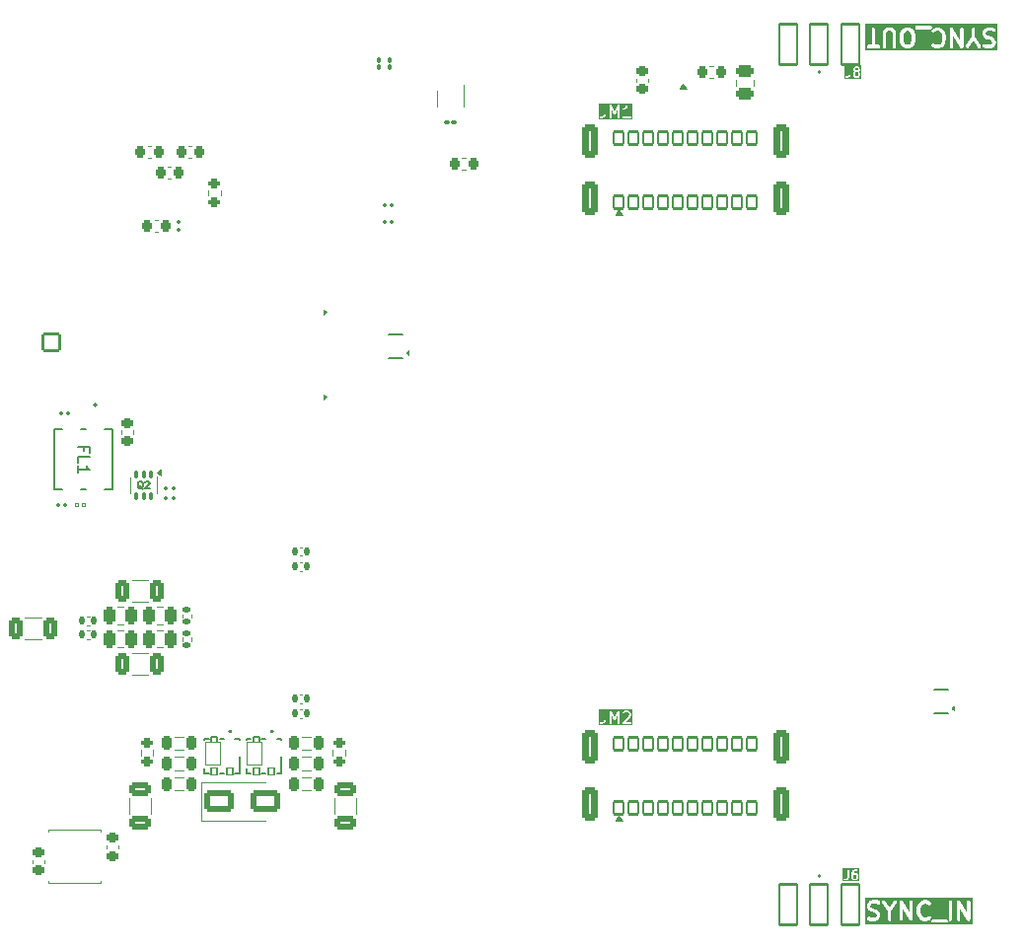
<source format=gbr>
%TF.GenerationSoftware,KiCad,Pcbnew,9.0.3*%
%TF.CreationDate,2025-08-25T11:29:22-05:00*%
%TF.ProjectId,controller,636f6e74-726f-46c6-9c65-722e6b696361,rev?*%
%TF.SameCoordinates,Original*%
%TF.FileFunction,Legend,Top*%
%TF.FilePolarity,Positive*%
%FSLAX46Y46*%
G04 Gerber Fmt 4.6, Leading zero omitted, Abs format (unit mm)*
G04 Created by KiCad (PCBNEW 9.0.3) date 2025-08-25 11:29:22*
%MOMM*%
%LPD*%
G01*
G04 APERTURE LIST*
G04 Aperture macros list*
%AMRoundRect*
0 Rectangle with rounded corners*
0 $1 Rounding radius*
0 $2 $3 $4 $5 $6 $7 $8 $9 X,Y pos of 4 corners*
0 Add a 4 corners polygon primitive as box body*
4,1,4,$2,$3,$4,$5,$6,$7,$8,$9,$2,$3,0*
0 Add four circle primitives for the rounded corners*
1,1,$1+$1,$2,$3*
1,1,$1+$1,$4,$5*
1,1,$1+$1,$6,$7*
1,1,$1+$1,$8,$9*
0 Add four rect primitives between the rounded corners*
20,1,$1+$1,$2,$3,$4,$5,0*
20,1,$1+$1,$4,$5,$6,$7,0*
20,1,$1+$1,$6,$7,$8,$9,0*
20,1,$1+$1,$8,$9,$2,$3,0*%
G04 Aperture macros list end*
%ADD10C,0.300000*%
%ADD11C,0.150000*%
%ADD12C,0.100000*%
%ADD13C,0.120000*%
%ADD14C,0.127000*%
%ADD15C,0.250000*%
%ADD16C,0.200000*%
%ADD17C,0.152400*%
%ADD18C,0.010000*%
%ADD19R,0.558800X0.203200*%
%ADD20R,0.450000X0.200000*%
%ADD21RoundRect,0.100000X0.100000X-0.130000X0.100000X0.130000X-0.100000X0.130000X-0.100000X-0.130000X0*%
%ADD22R,0.400000X0.650000*%
%ADD23RoundRect,0.100000X0.130000X0.100000X-0.130000X0.100000X-0.130000X-0.100000X0.130000X-0.100000X0*%
%ADD24R,0.320000X0.360000*%
%ADD25RoundRect,0.225000X-0.250000X0.225000X-0.250000X-0.225000X0.250000X-0.225000X0.250000X0.225000X0*%
%ADD26RoundRect,0.250000X0.325000X0.650000X-0.325000X0.650000X-0.325000X-0.650000X0.325000X-0.650000X0*%
%ADD27RoundRect,0.218750X-0.218750X-0.256250X0.218750X-0.256250X0.218750X0.256250X-0.218750X0.256250X0*%
%ADD28RoundRect,0.140000X-0.140000X-0.170000X0.140000X-0.170000X0.140000X0.170000X-0.140000X0.170000X0*%
%ADD29C,3.700000*%
%ADD30RoundRect,0.250000X-0.250000X-0.475000X0.250000X-0.475000X0.250000X0.475000X-0.250000X0.475000X0*%
%ADD31RoundRect,0.225000X0.225000X0.250000X-0.225000X0.250000X-0.225000X-0.250000X0.225000X-0.250000X0*%
%ADD32RoundRect,0.100000X0.100000X-0.105500X0.100000X0.105500X-0.100000X0.105500X-0.100000X-0.105500X0*%
%ADD33RoundRect,0.218750X0.218750X0.381250X-0.218750X0.381250X-0.218750X-0.381250X0.218750X-0.381250X0*%
%ADD34RoundRect,0.218750X-0.218750X-0.381250X0.218750X-0.381250X0.218750X0.381250X-0.218750X0.381250X0*%
%ADD35C,1.000000*%
%ADD36RoundRect,0.225000X0.250000X-0.225000X0.250000X0.225000X-0.250000X0.225000X-0.250000X-0.225000X0*%
%ADD37RoundRect,0.100000X-0.100000X0.225000X-0.100000X-0.225000X0.100000X-0.225000X0.100000X0.225000X0*%
%ADD38RoundRect,0.100000X0.105500X0.100000X-0.105500X0.100000X-0.105500X-0.100000X0.105500X-0.100000X0*%
%ADD39R,0.500000X0.500000*%
%ADD40R,1.375000X1.015000*%
%ADD41RoundRect,0.050000X-0.250000X0.250000X-0.250000X-0.250000X0.250000X-0.250000X0.250000X0.250000X0*%
%ADD42RoundRect,0.050000X-0.612500X0.990000X-0.612500X-0.990000X0.612500X-0.990000X0.612500X0.990000X0*%
%ADD43RoundRect,0.050000X-0.250000X0.325000X-0.250000X-0.325000X0.250000X-0.325000X0.250000X0.325000X0*%
%ADD44R,1.175000X0.715000*%
%ADD45RoundRect,0.135000X0.135000X0.185000X-0.135000X0.185000X-0.135000X-0.185000X0.135000X-0.185000X0*%
%ADD46RoundRect,0.200000X0.275000X-0.200000X0.275000X0.200000X-0.275000X0.200000X-0.275000X-0.200000X0*%
%ADD47RoundRect,0.102000X-0.750000X1.750000X-0.750000X-1.750000X0.750000X-1.750000X0.750000X1.750000X0*%
%ADD48RoundRect,0.100000X-0.105500X-0.100000X0.105500X-0.100000X0.105500X0.100000X-0.105500X0.100000X0*%
%ADD49RoundRect,0.102000X0.750000X-1.750000X0.750000X1.750000X-0.750000X1.750000X-0.750000X-1.750000X0*%
%ADD50RoundRect,0.250000X-0.475000X0.250000X-0.475000X-0.250000X0.475000X-0.250000X0.475000X0.250000X0*%
%ADD51RoundRect,0.250000X0.250000X0.475000X-0.250000X0.475000X-0.250000X-0.475000X0.250000X-0.475000X0*%
%ADD52RoundRect,0.135000X-0.185000X0.135000X-0.185000X-0.135000X0.185000X-0.135000X0.185000X0.135000X0*%
%ADD53C,1.700000*%
%ADD54RoundRect,0.102000X-0.400000X-0.550000X0.400000X-0.550000X0.400000X0.550000X-0.400000X0.550000X0*%
%ADD55RoundRect,0.292500X-0.409500X-1.159500X0.409500X-1.159500X0.409500X1.159500X-0.409500X1.159500X0*%
%ADD56R,1.100000X3.700000*%
%ADD57RoundRect,0.200000X-0.275000X0.200000X-0.275000X-0.200000X0.275000X-0.200000X0.275000X0.200000X0*%
%ADD58RoundRect,0.250000X-1.000000X-0.650000X1.000000X-0.650000X1.000000X0.650000X-1.000000X0.650000X0*%
%ADD59R,0.939800X1.244600*%
%ADD60R,0.360000X0.320000*%
%ADD61RoundRect,0.250000X-0.650000X0.325000X-0.650000X-0.325000X0.650000X-0.325000X0.650000X0.325000X0*%
%ADD62RoundRect,0.040000X-0.140000X-0.120000X0.140000X-0.120000X0.140000X0.120000X-0.140000X0.120000X0*%
%ADD63RoundRect,0.135000X0.185000X-0.135000X0.185000X0.135000X-0.185000X0.135000X-0.185000X-0.135000X0*%
%ADD64RoundRect,0.225000X-0.225000X-0.250000X0.225000X-0.250000X0.225000X0.250000X-0.225000X0.250000X0*%
%ADD65RoundRect,0.250000X-0.325000X-0.650000X0.325000X-0.650000X0.325000X0.650000X-0.325000X0.650000X0*%
%ADD66R,0.609600X0.254000*%
%ADD67R,1.016000X1.549400*%
%ADD68C,0.800000*%
%ADD69C,1.200000*%
%ADD70C,0.900000*%
%ADD71C,3.150000*%
%ADD72C,1.545000*%
%ADD73C,1.400000*%
%ADD74C,2.400000*%
%ADD75RoundRect,0.102000X0.714000X-0.714000X0.714000X0.714000X-0.714000X0.714000X-0.714000X-0.714000X0*%
%ADD76C,1.632000*%
%ADD77O,2.420000X1.312000*%
%ADD78R,1.700000X1.700000*%
%ADD79C,0.700000*%
%ADD80O,1.700000X0.900000*%
%ADD81O,2.400000X0.900000*%
G04 APERTURE END LIST*
D10*
G36*
X49631177Y-18780352D02*
G01*
X40426415Y-18780352D01*
X40426415Y-17106542D01*
X40593082Y-17106542D01*
X40593082Y-17249400D01*
X40595964Y-17278664D01*
X40598026Y-17283642D01*
X40598408Y-17289018D01*
X40608918Y-17316482D01*
X40680346Y-17459339D01*
X40688274Y-17471934D01*
X40689790Y-17475593D01*
X40693169Y-17479710D01*
X40696011Y-17484225D01*
X40699005Y-17486821D01*
X40708445Y-17498324D01*
X40779874Y-17569752D01*
X40791374Y-17579190D01*
X40793971Y-17582184D01*
X40798483Y-17585024D01*
X40802604Y-17588406D01*
X40806263Y-17589921D01*
X40818857Y-17597849D01*
X40961713Y-17669278D01*
X40963855Y-17670097D01*
X40964725Y-17670742D01*
X40976996Y-17675126D01*
X40989177Y-17679787D01*
X40990257Y-17679863D01*
X40992416Y-17680635D01*
X41262154Y-17748069D01*
X41368513Y-17801248D01*
X41405517Y-17838253D01*
X41450225Y-17927667D01*
X41450225Y-17999703D01*
X41405517Y-18089117D01*
X41368514Y-18126121D01*
X41279101Y-18170828D01*
X40981711Y-18170828D01*
X40790516Y-18107097D01*
X40761842Y-18100577D01*
X40703462Y-18104727D01*
X40651115Y-18130901D01*
X40612767Y-18175115D01*
X40594259Y-18230640D01*
X40598409Y-18289020D01*
X40624583Y-18341367D01*
X40668797Y-18379715D01*
X40695648Y-18391703D01*
X40909934Y-18463131D01*
X40924446Y-18466430D01*
X40928104Y-18467946D01*
X40933406Y-18468468D01*
X40938608Y-18469651D01*
X40942562Y-18469369D01*
X40957368Y-18470828D01*
X41314510Y-18470828D01*
X41343774Y-18467946D01*
X41348752Y-18465883D01*
X41354128Y-18465502D01*
X41381591Y-18454992D01*
X41524450Y-18383564D01*
X41537044Y-18375635D01*
X41540704Y-18374120D01*
X41544824Y-18370738D01*
X41549335Y-18367899D01*
X41551929Y-18364907D01*
X41563435Y-18355465D01*
X41634863Y-18284036D01*
X41644301Y-18272535D01*
X41647295Y-18269939D01*
X41650135Y-18265426D01*
X41653517Y-18261306D01*
X41655032Y-18257646D01*
X41662960Y-18245053D01*
X41734389Y-18102197D01*
X41744898Y-18074733D01*
X41745279Y-18069358D01*
X41747343Y-18064378D01*
X41750225Y-18035114D01*
X41750225Y-17892257D01*
X41747343Y-17862993D01*
X41745279Y-17858012D01*
X41744898Y-17852638D01*
X41734389Y-17825174D01*
X41662960Y-17682318D01*
X41655032Y-17669724D01*
X41653517Y-17666065D01*
X41650135Y-17661944D01*
X41647295Y-17657432D01*
X41644301Y-17654835D01*
X41634863Y-17643335D01*
X41563435Y-17571906D01*
X41551932Y-17562466D01*
X41549336Y-17559472D01*
X41544821Y-17556630D01*
X41540704Y-17553251D01*
X41537045Y-17551735D01*
X41524450Y-17543807D01*
X41381592Y-17472378D01*
X41379451Y-17471558D01*
X41378581Y-17470914D01*
X41366325Y-17466535D01*
X41354129Y-17461868D01*
X41353045Y-17461791D01*
X41350890Y-17461021D01*
X41081152Y-17393586D01*
X40974792Y-17340406D01*
X40937787Y-17303401D01*
X40893082Y-17213990D01*
X40893082Y-17141951D01*
X40937787Y-17052540D01*
X40974792Y-17015535D01*
X41064206Y-16970828D01*
X41361599Y-16970828D01*
X41552790Y-17034559D01*
X41581464Y-17041079D01*
X41639844Y-17036930D01*
X41692191Y-17010756D01*
X41730539Y-16966542D01*
X41749047Y-16911018D01*
X41744898Y-16852638D01*
X41727319Y-16817480D01*
X41878833Y-16817480D01*
X41888967Y-16875123D01*
X41902247Y-16901359D01*
X42378796Y-17650221D01*
X42378796Y-18320828D01*
X42381678Y-18350092D01*
X42404076Y-18404164D01*
X42445460Y-18445548D01*
X42499532Y-18467946D01*
X42558060Y-18467946D01*
X42612132Y-18445548D01*
X42653516Y-18404164D01*
X42675914Y-18350092D01*
X42678796Y-18320828D01*
X42678796Y-17650221D01*
X43155345Y-16901360D01*
X43168625Y-16875123D01*
X43178169Y-16820828D01*
X43378795Y-16820828D01*
X43378795Y-18320828D01*
X43381677Y-18350092D01*
X43404075Y-18404164D01*
X43445459Y-18445548D01*
X43499531Y-18467946D01*
X43558059Y-18467946D01*
X43612131Y-18445548D01*
X43653515Y-18404164D01*
X43675913Y-18350092D01*
X43678795Y-18320828D01*
X43678795Y-17385661D01*
X44255702Y-18395249D01*
X44260079Y-18401416D01*
X44261218Y-18404164D01*
X44264017Y-18406963D01*
X44272723Y-18419227D01*
X44288496Y-18431442D01*
X44302602Y-18445548D01*
X44311435Y-18449206D01*
X44318997Y-18455063D01*
X44338245Y-18460312D01*
X44356674Y-18467946D01*
X44366236Y-18467946D01*
X44375461Y-18470462D01*
X44395252Y-18467946D01*
X44415202Y-18467946D01*
X44424035Y-18464286D01*
X44433521Y-18463081D01*
X44450843Y-18453182D01*
X44469274Y-18445548D01*
X44476034Y-18438787D01*
X44484337Y-18434043D01*
X44496550Y-18418271D01*
X44510658Y-18404164D01*
X44514317Y-18395328D01*
X44520172Y-18387769D01*
X44525420Y-18368524D01*
X44533056Y-18350092D01*
X44534529Y-18335127D01*
X44535572Y-18331306D01*
X44535196Y-18328354D01*
X44535938Y-18320828D01*
X44535938Y-17463685D01*
X44878796Y-17463685D01*
X44878796Y-17677971D01*
X44879298Y-17683074D01*
X44878973Y-17685262D01*
X44880592Y-17696212D01*
X44881678Y-17707235D01*
X44882525Y-17709279D01*
X44883275Y-17714351D01*
X44954703Y-18000065D01*
X44955474Y-18002223D01*
X44955551Y-18003304D01*
X44960209Y-18015478D01*
X44964596Y-18027756D01*
X44965240Y-18028626D01*
X44966060Y-18030767D01*
X45037489Y-18173624D01*
X45045416Y-18186217D01*
X45046932Y-18189877D01*
X45050313Y-18193996D01*
X45053154Y-18198510D01*
X45056147Y-18201106D01*
X45065587Y-18212608D01*
X45208444Y-18355466D01*
X45231174Y-18374121D01*
X45236153Y-18376183D01*
X45240225Y-18379715D01*
X45267076Y-18391703D01*
X45481362Y-18463131D01*
X45495874Y-18466430D01*
X45499532Y-18467946D01*
X45504834Y-18468468D01*
X45510036Y-18469651D01*
X45513990Y-18469369D01*
X45528796Y-18470828D01*
X45671653Y-18470828D01*
X45686458Y-18469369D01*
X45690413Y-18469651D01*
X45695614Y-18468468D01*
X45700917Y-18467946D01*
X45704574Y-18466430D01*
X45719087Y-18463131D01*
X45805218Y-18434421D01*
X46095964Y-18434421D01*
X46095964Y-18492949D01*
X46118362Y-18547021D01*
X46159746Y-18588405D01*
X46213818Y-18610803D01*
X46243082Y-18613685D01*
X47385939Y-18613685D01*
X47415203Y-18610803D01*
X47469275Y-18588405D01*
X47510659Y-18547021D01*
X47533057Y-18492949D01*
X47533057Y-18434421D01*
X47510659Y-18380349D01*
X47469275Y-18338965D01*
X47415203Y-18316567D01*
X47385939Y-18313685D01*
X46243082Y-18313685D01*
X46213818Y-18316567D01*
X46159746Y-18338965D01*
X46118362Y-18380349D01*
X46095964Y-18434421D01*
X45805218Y-18434421D01*
X45933373Y-18391703D01*
X45960224Y-18379715D01*
X45964297Y-18376181D01*
X45969275Y-18374120D01*
X45992006Y-18355465D01*
X46063434Y-18284036D01*
X46082088Y-18261306D01*
X46104485Y-18207233D01*
X46104484Y-18148707D01*
X46082087Y-18094635D01*
X46040701Y-18053250D01*
X45986629Y-18030853D01*
X45928103Y-18030854D01*
X45874031Y-18053251D01*
X45851300Y-18071906D01*
X45804912Y-18118294D01*
X45647310Y-18170828D01*
X45553139Y-18170828D01*
X45395536Y-18118294D01*
X45294931Y-18017688D01*
X45241750Y-17911328D01*
X45178796Y-17659507D01*
X45178796Y-17482148D01*
X45241750Y-17230327D01*
X45294931Y-17123967D01*
X45395537Y-17023361D01*
X45553139Y-16970828D01*
X45647313Y-16970828D01*
X45804911Y-17023361D01*
X45851301Y-17069751D01*
X45874031Y-17088406D01*
X45928104Y-17110802D01*
X45986630Y-17110802D01*
X46040702Y-17088406D01*
X46082088Y-17047020D01*
X46104484Y-16992948D01*
X46104484Y-16934422D01*
X46082088Y-16880349D01*
X46063433Y-16857619D01*
X46026642Y-16820828D01*
X47593081Y-16820828D01*
X47593081Y-18320828D01*
X47595963Y-18350092D01*
X47618361Y-18404164D01*
X47659745Y-18445548D01*
X47713817Y-18467946D01*
X47772345Y-18467946D01*
X47826417Y-18445548D01*
X47867801Y-18404164D01*
X47890199Y-18350092D01*
X47893081Y-18320828D01*
X47893081Y-16820828D01*
X48307367Y-16820828D01*
X48307367Y-18320828D01*
X48310249Y-18350092D01*
X48332647Y-18404164D01*
X48374031Y-18445548D01*
X48428103Y-18467946D01*
X48486631Y-18467946D01*
X48540703Y-18445548D01*
X48582087Y-18404164D01*
X48604485Y-18350092D01*
X48607367Y-18320828D01*
X48607367Y-17385661D01*
X49184274Y-18395249D01*
X49188651Y-18401416D01*
X49189790Y-18404164D01*
X49192589Y-18406963D01*
X49201295Y-18419227D01*
X49217068Y-18431442D01*
X49231174Y-18445548D01*
X49240007Y-18449206D01*
X49247569Y-18455063D01*
X49266817Y-18460312D01*
X49285246Y-18467946D01*
X49294808Y-18467946D01*
X49304033Y-18470462D01*
X49323824Y-18467946D01*
X49343774Y-18467946D01*
X49352607Y-18464286D01*
X49362093Y-18463081D01*
X49379415Y-18453182D01*
X49397846Y-18445548D01*
X49404606Y-18438787D01*
X49412909Y-18434043D01*
X49425122Y-18418271D01*
X49439230Y-18404164D01*
X49442889Y-18395328D01*
X49448744Y-18387769D01*
X49453992Y-18368524D01*
X49461628Y-18350092D01*
X49463101Y-18335127D01*
X49464144Y-18331306D01*
X49463768Y-18328354D01*
X49464510Y-18320828D01*
X49464510Y-16820828D01*
X49461628Y-16791564D01*
X49439230Y-16737492D01*
X49397846Y-16696108D01*
X49343774Y-16673710D01*
X49285246Y-16673710D01*
X49231174Y-16696108D01*
X49189790Y-16737492D01*
X49167392Y-16791564D01*
X49164510Y-16820828D01*
X49164510Y-17755992D01*
X48587603Y-16746407D01*
X48583225Y-16740239D01*
X48582087Y-16737492D01*
X48579287Y-16734692D01*
X48570582Y-16722429D01*
X48554810Y-16710215D01*
X48540703Y-16696108D01*
X48531867Y-16692448D01*
X48524308Y-16686594D01*
X48505063Y-16681345D01*
X48486631Y-16673710D01*
X48477069Y-16673710D01*
X48467844Y-16671194D01*
X48448053Y-16673710D01*
X48428103Y-16673710D01*
X48419269Y-16677369D01*
X48409784Y-16678575D01*
X48392461Y-16688473D01*
X48374031Y-16696108D01*
X48367270Y-16702868D01*
X48358968Y-16707613D01*
X48346754Y-16723384D01*
X48332647Y-16737492D01*
X48328987Y-16746327D01*
X48323133Y-16753887D01*
X48317884Y-16773131D01*
X48310249Y-16791564D01*
X48308775Y-16806530D01*
X48307733Y-16810351D01*
X48308108Y-16813302D01*
X48307367Y-16820828D01*
X47893081Y-16820828D01*
X47890199Y-16791564D01*
X47867801Y-16737492D01*
X47826417Y-16696108D01*
X47772345Y-16673710D01*
X47713817Y-16673710D01*
X47659745Y-16696108D01*
X47618361Y-16737492D01*
X47595963Y-16791564D01*
X47593081Y-16820828D01*
X46026642Y-16820828D01*
X45992005Y-16786191D01*
X45969274Y-16767536D01*
X45964294Y-16765473D01*
X45960224Y-16761943D01*
X45933373Y-16749954D01*
X45719087Y-16678526D01*
X45704579Y-16675227D01*
X45700917Y-16673710D01*
X45695608Y-16673187D01*
X45690414Y-16672006D01*
X45686464Y-16672286D01*
X45671653Y-16670828D01*
X45528796Y-16670828D01*
X45513984Y-16672286D01*
X45510035Y-16672006D01*
X45504840Y-16673187D01*
X45499532Y-16673710D01*
X45495870Y-16675226D01*
X45481361Y-16678526D01*
X45267076Y-16749955D01*
X45240225Y-16761943D01*
X45236155Y-16765472D01*
X45231174Y-16767536D01*
X45208444Y-16786191D01*
X45065587Y-16929048D01*
X45056147Y-16940549D01*
X45053154Y-16943146D01*
X45050313Y-16947659D01*
X45046932Y-16951779D01*
X45045416Y-16955438D01*
X45037489Y-16968032D01*
X44966060Y-17110889D01*
X44965240Y-17113029D01*
X44964596Y-17113900D01*
X44960209Y-17126177D01*
X44955551Y-17138352D01*
X44955474Y-17139432D01*
X44954703Y-17141591D01*
X44883275Y-17427305D01*
X44882525Y-17432376D01*
X44881678Y-17434421D01*
X44880592Y-17445443D01*
X44878973Y-17456394D01*
X44879298Y-17458581D01*
X44878796Y-17463685D01*
X44535938Y-17463685D01*
X44535938Y-16820828D01*
X44533056Y-16791564D01*
X44510658Y-16737492D01*
X44469274Y-16696108D01*
X44415202Y-16673710D01*
X44356674Y-16673710D01*
X44302602Y-16696108D01*
X44261218Y-16737492D01*
X44238820Y-16791564D01*
X44235938Y-16820828D01*
X44235938Y-17755992D01*
X43659031Y-16746407D01*
X43654653Y-16740239D01*
X43653515Y-16737492D01*
X43650715Y-16734692D01*
X43642010Y-16722429D01*
X43626238Y-16710215D01*
X43612131Y-16696108D01*
X43603295Y-16692448D01*
X43595736Y-16686594D01*
X43576491Y-16681345D01*
X43558059Y-16673710D01*
X43548497Y-16673710D01*
X43539272Y-16671194D01*
X43519481Y-16673710D01*
X43499531Y-16673710D01*
X43490697Y-16677369D01*
X43481212Y-16678575D01*
X43463889Y-16688473D01*
X43445459Y-16696108D01*
X43438698Y-16702868D01*
X43430396Y-16707613D01*
X43418182Y-16723384D01*
X43404075Y-16737492D01*
X43400415Y-16746327D01*
X43394561Y-16753887D01*
X43389312Y-16773131D01*
X43381677Y-16791564D01*
X43380203Y-16806530D01*
X43379161Y-16810351D01*
X43379536Y-16813302D01*
X43378795Y-16820828D01*
X43178169Y-16820828D01*
X43178758Y-16817480D01*
X43166062Y-16760348D01*
X43132469Y-16712422D01*
X43083091Y-16680999D01*
X43025448Y-16670866D01*
X42968315Y-16683562D01*
X42920389Y-16717155D01*
X42902247Y-16740297D01*
X42528796Y-17327147D01*
X42155345Y-16740297D01*
X42137203Y-16717155D01*
X42089276Y-16683562D01*
X42032144Y-16670865D01*
X41974501Y-16680999D01*
X41925123Y-16712421D01*
X41891530Y-16760348D01*
X41878833Y-16817480D01*
X41727319Y-16817480D01*
X41718724Y-16800290D01*
X41674510Y-16761943D01*
X41647659Y-16749954D01*
X41433373Y-16678526D01*
X41418865Y-16675227D01*
X41415203Y-16673710D01*
X41409894Y-16673187D01*
X41404700Y-16672006D01*
X41400750Y-16672286D01*
X41385939Y-16670828D01*
X41028796Y-16670828D01*
X40999532Y-16673710D01*
X40994551Y-16675773D01*
X40989177Y-16676155D01*
X40961713Y-16686664D01*
X40818857Y-16758093D01*
X40806263Y-16766020D01*
X40802604Y-16767536D01*
X40798483Y-16770917D01*
X40793971Y-16773758D01*
X40791374Y-16776751D01*
X40779874Y-16786190D01*
X40708445Y-16857618D01*
X40699005Y-16869120D01*
X40696011Y-16871717D01*
X40693169Y-16876231D01*
X40689790Y-16880349D01*
X40688274Y-16884007D01*
X40680346Y-16896603D01*
X40608918Y-17039460D01*
X40598408Y-17066924D01*
X40598026Y-17072299D01*
X40595964Y-17077278D01*
X40593082Y-17106542D01*
X40426415Y-17106542D01*
X40426415Y-16504161D01*
X49631177Y-16504161D01*
X49631177Y-18780352D01*
G37*
G36*
X44275207Y57886122D02*
G01*
X44371473Y57789856D01*
X44428346Y57562366D01*
X44428346Y57099293D01*
X44371473Y56871803D01*
X44275207Y56775536D01*
X44185793Y56730829D01*
X43970899Y56730829D01*
X43881486Y56775536D01*
X43785219Y56871803D01*
X43728346Y57099295D01*
X43728346Y57562364D01*
X43785219Y57789856D01*
X43881486Y57886123D01*
X43970899Y57930829D01*
X44185793Y57930829D01*
X44275207Y57886122D01*
G37*
G36*
X51823584Y56264162D02*
G01*
X40407418Y56264162D01*
X40407418Y56610093D01*
X40574085Y56610093D01*
X40574085Y56551565D01*
X40596483Y56497493D01*
X40637867Y56456109D01*
X40691939Y56433711D01*
X40721203Y56430829D01*
X41578345Y56430829D01*
X41607609Y56433711D01*
X41661681Y56456109D01*
X41703065Y56497493D01*
X41725463Y56551565D01*
X41725463Y56610093D01*
X41703065Y56664165D01*
X41661681Y56705549D01*
X41607609Y56727947D01*
X41578345Y56730829D01*
X41299774Y56730829D01*
X41299774Y57795115D01*
X41928346Y57795115D01*
X41928346Y56580829D01*
X41931228Y56551565D01*
X41953626Y56497493D01*
X41995010Y56456109D01*
X42049082Y56433711D01*
X42107610Y56433711D01*
X42161682Y56456109D01*
X42203066Y56497493D01*
X42225464Y56551565D01*
X42228346Y56580829D01*
X42228346Y57759706D01*
X42273051Y57849117D01*
X42310056Y57886122D01*
X42399470Y57930829D01*
X42614364Y57930829D01*
X42703778Y57886122D01*
X42740782Y57849118D01*
X42785489Y57759705D01*
X42785489Y56580829D01*
X42788371Y56551565D01*
X42810769Y56497493D01*
X42852153Y56456109D01*
X42906225Y56433711D01*
X42964753Y56433711D01*
X43018825Y56456109D01*
X43060209Y56497493D01*
X43082607Y56551565D01*
X43085489Y56580829D01*
X43085489Y57580829D01*
X43428346Y57580829D01*
X43428346Y57080829D01*
X43428848Y57075726D01*
X43428523Y57073538D01*
X43430142Y57062587D01*
X43431228Y57051565D01*
X43432074Y57049521D01*
X43432825Y57044448D01*
X43504254Y56758735D01*
X43514147Y56731044D01*
X43520786Y56722084D01*
X43525054Y56711780D01*
X43543709Y56689049D01*
X43686566Y56546192D01*
X43698068Y56536752D01*
X43700664Y56533759D01*
X43705173Y56530921D01*
X43709296Y56527537D01*
X43712958Y56526021D01*
X43725550Y56518094D01*
X43868406Y56446665D01*
X43895870Y56436156D01*
X43901244Y56435775D01*
X43906225Y56433711D01*
X43935489Y56430829D01*
X44221203Y56430829D01*
X44250467Y56433711D01*
X44255444Y56435773D01*
X44260822Y56436155D01*
X44288285Y56446665D01*
X44431143Y56518094D01*
X44443736Y56526022D01*
X44447396Y56527537D01*
X44451515Y56530919D01*
X44456029Y56533759D01*
X44458625Y56536753D01*
X44470127Y56546192D01*
X44612984Y56689049D01*
X44631639Y56711779D01*
X44635907Y56722085D01*
X44642546Y56731044D01*
X44652439Y56758735D01*
X44723867Y57044449D01*
X44724616Y57049521D01*
X44725464Y57051565D01*
X44726549Y57062588D01*
X44728169Y57073538D01*
X44727843Y57075726D01*
X44728346Y57080829D01*
X44728346Y57580829D01*
X44727843Y57585933D01*
X44728169Y57588120D01*
X44726549Y57599071D01*
X44725464Y57610093D01*
X44724616Y57612138D01*
X44723867Y57617209D01*
X44652439Y57902923D01*
X44642546Y57930614D01*
X44635907Y57939574D01*
X44631639Y57949879D01*
X44617395Y57967235D01*
X46145514Y57967235D01*
X46145514Y57908709D01*
X46167911Y57854637D01*
X46209297Y57813251D01*
X46263369Y57790854D01*
X46321895Y57790854D01*
X46375967Y57813251D01*
X46398698Y57831906D01*
X46445087Y57878296D01*
X46602689Y57930829D01*
X46696863Y57930829D01*
X46854461Y57878296D01*
X46955068Y57777689D01*
X47008247Y57671330D01*
X47071203Y57419509D01*
X47071203Y57242150D01*
X47008247Y56990329D01*
X46955068Y56883970D01*
X46854461Y56783363D01*
X46696863Y56730829D01*
X46602689Y56730829D01*
X46445087Y56783363D01*
X46398698Y56829752D01*
X46375967Y56848407D01*
X46321895Y56870804D01*
X46263369Y56870804D01*
X46209297Y56848407D01*
X46167911Y56807021D01*
X46145514Y56752949D01*
X46145514Y56694423D01*
X46167911Y56640351D01*
X46186566Y56617620D01*
X46257994Y56546192D01*
X46280724Y56527537D01*
X46285704Y56525474D01*
X46289775Y56521944D01*
X46316626Y56509956D01*
X46530911Y56438527D01*
X46545420Y56435228D01*
X46549082Y56433711D01*
X46554390Y56433189D01*
X46559585Y56432007D01*
X46563534Y56432288D01*
X46578346Y56430829D01*
X46721203Y56430829D01*
X46736014Y56432288D01*
X46739964Y56432007D01*
X46745158Y56433189D01*
X46750467Y56433711D01*
X46754129Y56435229D01*
X46768637Y56438527D01*
X46982923Y56509955D01*
X47009774Y56521944D01*
X47013844Y56525475D01*
X47018824Y56527537D01*
X47041555Y56546192D01*
X47184412Y56689049D01*
X47193852Y56700552D01*
X47196845Y56703147D01*
X47199683Y56707657D01*
X47203067Y56711779D01*
X47204583Y56715442D01*
X47212510Y56728033D01*
X47283939Y56870889D01*
X47284758Y56873032D01*
X47285403Y56873901D01*
X47289787Y56886173D01*
X47294448Y56898353D01*
X47294524Y56899434D01*
X47295296Y56901592D01*
X47366724Y57187306D01*
X47367473Y57192378D01*
X47368321Y57194422D01*
X47369406Y57205445D01*
X47371026Y57216395D01*
X47370700Y57218583D01*
X47371203Y57223686D01*
X47371203Y57437972D01*
X47370700Y57443076D01*
X47371026Y57445263D01*
X47369406Y57456214D01*
X47368321Y57467236D01*
X47367473Y57469281D01*
X47366724Y57474352D01*
X47295296Y57760066D01*
X47294524Y57762225D01*
X47294448Y57763305D01*
X47289787Y57775486D01*
X47285403Y57787757D01*
X47284758Y57788627D01*
X47283939Y57790769D01*
X47212510Y57933625D01*
X47204583Y57946217D01*
X47203067Y57949879D01*
X47199683Y57954002D01*
X47196845Y57958511D01*
X47193852Y57961107D01*
X47184412Y57972609D01*
X47076192Y58080829D01*
X47714061Y58080829D01*
X47714061Y56580829D01*
X47716943Y56551565D01*
X47739341Y56497493D01*
X47780725Y56456109D01*
X47834797Y56433711D01*
X47893325Y56433711D01*
X47947397Y56456109D01*
X47988781Y56497493D01*
X48011179Y56551565D01*
X48014061Y56580829D01*
X48014061Y57515996D01*
X48590968Y56506408D01*
X48595345Y56500241D01*
X48596484Y56497493D01*
X48599283Y56494694D01*
X48607989Y56482430D01*
X48623762Y56470215D01*
X48637868Y56456109D01*
X48646701Y56452451D01*
X48654263Y56446594D01*
X48673511Y56441345D01*
X48691940Y56433711D01*
X48701502Y56433711D01*
X48710727Y56431195D01*
X48730518Y56433711D01*
X48750468Y56433711D01*
X48759301Y56437371D01*
X48768787Y56438576D01*
X48786109Y56448475D01*
X48804540Y56456109D01*
X48811300Y56462870D01*
X48819603Y56467614D01*
X48831816Y56483386D01*
X48845924Y56497493D01*
X48849583Y56506329D01*
X48855438Y56513888D01*
X48860686Y56533133D01*
X48868322Y56551565D01*
X48869795Y56566530D01*
X48870838Y56570351D01*
X48870462Y56573303D01*
X48870874Y56577481D01*
X49071240Y56577481D01*
X49083937Y56520349D01*
X49117530Y56472422D01*
X49166908Y56441000D01*
X49224551Y56430866D01*
X49281683Y56443563D01*
X49329610Y56477156D01*
X49347752Y56500298D01*
X49721203Y57087149D01*
X50094654Y56500298D01*
X50112796Y56477156D01*
X50160722Y56443563D01*
X50217855Y56430867D01*
X50275498Y56441000D01*
X50324876Y56472423D01*
X50358469Y56520349D01*
X50371165Y56577481D01*
X50361032Y56635124D01*
X50347752Y56661361D01*
X49871203Y57410223D01*
X49871203Y57795115D01*
X50499774Y57795115D01*
X50499774Y57652258D01*
X50502656Y57622994D01*
X50504717Y57618017D01*
X50505100Y57612639D01*
X50515610Y57585176D01*
X50587039Y57442318D01*
X50594967Y57429723D01*
X50596483Y57426064D01*
X50599862Y57421947D01*
X50602704Y57417432D01*
X50605698Y57414836D01*
X50615138Y57403333D01*
X50686567Y57331905D01*
X50698067Y57322467D01*
X50700664Y57319473D01*
X50705176Y57316633D01*
X50709297Y57313251D01*
X50712956Y57311736D01*
X50725550Y57303808D01*
X50868406Y57232379D01*
X50870548Y57231560D01*
X50871418Y57230915D01*
X50883689Y57226531D01*
X50895870Y57221870D01*
X50896950Y57221794D01*
X50899109Y57221022D01*
X51168846Y57153589D01*
X51275207Y57100408D01*
X51312211Y57063403D01*
X51356917Y56973991D01*
X51356917Y56901953D01*
X51312211Y56812541D01*
X51275207Y56775537D01*
X51185793Y56730829D01*
X50888403Y56730829D01*
X50697208Y56794560D01*
X50668535Y56801080D01*
X50610155Y56796931D01*
X50557808Y56770758D01*
X50519460Y56726543D01*
X50500952Y56671019D01*
X50505101Y56612639D01*
X50531274Y56560292D01*
X50575489Y56521944D01*
X50602340Y56509956D01*
X50816625Y56438527D01*
X50831134Y56435228D01*
X50834796Y56433711D01*
X50840104Y56433189D01*
X50845299Y56432007D01*
X50849248Y56432288D01*
X50864060Y56430829D01*
X51221203Y56430829D01*
X51250467Y56433711D01*
X51255447Y56435775D01*
X51260822Y56436156D01*
X51288285Y56446665D01*
X51431142Y56518094D01*
X51443737Y56526023D01*
X51447394Y56527537D01*
X51451511Y56530917D01*
X51456028Y56533759D01*
X51458625Y56536754D01*
X51470125Y56546191D01*
X51541554Y56617619D01*
X51550996Y56629125D01*
X51553988Y56631719D01*
X51556827Y56636230D01*
X51560209Y56640350D01*
X51561724Y56644010D01*
X51569653Y56656604D01*
X51641081Y56799462D01*
X51651591Y56826925D01*
X51651972Y56832301D01*
X51654035Y56837279D01*
X51656917Y56866543D01*
X51656917Y57009400D01*
X51654035Y57038664D01*
X51651972Y57043643D01*
X51651591Y57049018D01*
X51641082Y57076481D01*
X51569653Y57219339D01*
X51561724Y57231936D01*
X51560209Y57235594D01*
X51556830Y57239711D01*
X51553989Y57244225D01*
X51550993Y57246823D01*
X51541554Y57258325D01*
X51470125Y57329753D01*
X51458625Y57339191D01*
X51456028Y57342185D01*
X51451511Y57345028D01*
X51447394Y57348407D01*
X51443737Y57349922D01*
X51431142Y57357850D01*
X51288285Y57429279D01*
X51286144Y57430099D01*
X51285274Y57430743D01*
X51272996Y57435130D01*
X51260822Y57439788D01*
X51259741Y57439865D01*
X51257583Y57440636D01*
X50987845Y57508071D01*
X50881485Y57561251D01*
X50844480Y57598255D01*
X50799774Y57687668D01*
X50799774Y57759705D01*
X50844481Y57849119D01*
X50881485Y57886122D01*
X50970899Y57930829D01*
X51268291Y57930829D01*
X51459482Y57867098D01*
X51488156Y57860578D01*
X51546536Y57864727D01*
X51598883Y57890900D01*
X51637231Y57935115D01*
X51655739Y57990639D01*
X51651590Y58049019D01*
X51625416Y58101366D01*
X51581202Y58139714D01*
X51554351Y58151702D01*
X51340067Y58223131D01*
X51325557Y58226431D01*
X51321896Y58227947D01*
X51316587Y58228470D01*
X51311393Y58229651D01*
X51307443Y58229371D01*
X51292632Y58230829D01*
X50935489Y58230829D01*
X50906225Y58227947D01*
X50901244Y58225884D01*
X50895870Y58225502D01*
X50868406Y58214993D01*
X50725550Y58143564D01*
X50712956Y58135637D01*
X50709297Y58134121D01*
X50705176Y58130740D01*
X50700664Y58127899D01*
X50698067Y58124906D01*
X50686567Y58115467D01*
X50615138Y58044039D01*
X50605698Y58032537D01*
X50602704Y58029940D01*
X50599862Y58025426D01*
X50596483Y58021308D01*
X50594967Y58017650D01*
X50587039Y58005054D01*
X50515610Y57862197D01*
X50505101Y57834734D01*
X50504719Y57829360D01*
X50502656Y57824379D01*
X50499774Y57795115D01*
X49871203Y57795115D01*
X49871203Y58080829D01*
X49868321Y58110093D01*
X49845923Y58164165D01*
X49804539Y58205549D01*
X49750467Y58227947D01*
X49691939Y58227947D01*
X49637867Y58205549D01*
X49596483Y58164165D01*
X49574085Y58110093D01*
X49571203Y58080829D01*
X49571203Y57410223D01*
X49094654Y56661360D01*
X49081374Y56635124D01*
X49071240Y56577481D01*
X48870874Y56577481D01*
X48871204Y56580829D01*
X48871204Y58080829D01*
X48868322Y58110093D01*
X48845924Y58164165D01*
X48804540Y58205549D01*
X48750468Y58227947D01*
X48691940Y58227947D01*
X48637868Y58205549D01*
X48596484Y58164165D01*
X48574086Y58110093D01*
X48571204Y58080829D01*
X48571204Y57145665D01*
X47994297Y58155250D01*
X47989919Y58161418D01*
X47988781Y58164165D01*
X47985981Y58166965D01*
X47977276Y58179228D01*
X47961504Y58191442D01*
X47947397Y58205549D01*
X47938561Y58209209D01*
X47931002Y58215063D01*
X47911757Y58220312D01*
X47893325Y58227947D01*
X47883763Y58227947D01*
X47874538Y58230463D01*
X47854747Y58227947D01*
X47834797Y58227947D01*
X47825963Y58224288D01*
X47816478Y58223082D01*
X47799155Y58213184D01*
X47780725Y58205549D01*
X47773964Y58198789D01*
X47765662Y58194044D01*
X47753448Y58178273D01*
X47739341Y58164165D01*
X47735681Y58155330D01*
X47729827Y58147770D01*
X47724578Y58128526D01*
X47716943Y58110093D01*
X47715469Y58095127D01*
X47714427Y58091306D01*
X47714802Y58088355D01*
X47714061Y58080829D01*
X47076192Y58080829D01*
X47041555Y58115466D01*
X47018824Y58134121D01*
X47013844Y58136184D01*
X47009774Y58139714D01*
X46982923Y58151703D01*
X46768637Y58223131D01*
X46754129Y58226430D01*
X46750467Y58227947D01*
X46745158Y58228470D01*
X46739964Y58229651D01*
X46736014Y58229371D01*
X46721203Y58230829D01*
X46578346Y58230829D01*
X46563534Y58229371D01*
X46559585Y58229651D01*
X46554390Y58228470D01*
X46549082Y58227947D01*
X46545420Y58226431D01*
X46530911Y58223131D01*
X46316626Y58151702D01*
X46289775Y58139714D01*
X46285704Y58136185D01*
X46280724Y58134121D01*
X46257994Y58115466D01*
X46186566Y58044038D01*
X46167911Y58021307D01*
X46145514Y57967235D01*
X44617395Y57967235D01*
X44612984Y57972609D01*
X44470127Y58115466D01*
X44458625Y58124906D01*
X44456029Y58127899D01*
X44451515Y58130740D01*
X44447396Y58134121D01*
X44443736Y58135637D01*
X44431143Y58143564D01*
X44288285Y58214993D01*
X44260822Y58225503D01*
X44255444Y58225886D01*
X44250467Y58227947D01*
X44221203Y58230829D01*
X43935489Y58230829D01*
X43906225Y58227947D01*
X43901244Y58225884D01*
X43895870Y58225502D01*
X43868406Y58214993D01*
X43725550Y58143564D01*
X43712958Y58135638D01*
X43709296Y58134121D01*
X43705173Y58130738D01*
X43700664Y58127899D01*
X43698068Y58124907D01*
X43686566Y58115466D01*
X43543709Y57972609D01*
X43525054Y57949878D01*
X43520786Y57939575D01*
X43514147Y57930614D01*
X43504254Y57902923D01*
X43432825Y57617210D01*
X43432074Y57612138D01*
X43431228Y57610093D01*
X43430142Y57599072D01*
X43428523Y57588120D01*
X43428848Y57585933D01*
X43428346Y57580829D01*
X43085489Y57580829D01*
X43085489Y57795115D01*
X43082607Y57824379D01*
X43080543Y57829360D01*
X43080162Y57834734D01*
X43069653Y57862198D01*
X42998224Y58005054D01*
X42990297Y58017646D01*
X42988781Y58021308D01*
X42985397Y58025431D01*
X42982559Y58029940D01*
X42979566Y58032536D01*
X42970126Y58044038D01*
X42898698Y58115466D01*
X42887196Y58124906D01*
X42884600Y58127899D01*
X42880086Y58130740D01*
X42875967Y58134121D01*
X42872307Y58135637D01*
X42859714Y58143564D01*
X42716856Y58214993D01*
X42689393Y58225503D01*
X42684015Y58225886D01*
X42679038Y58227947D01*
X42649774Y58230829D01*
X42364060Y58230829D01*
X42334796Y58227947D01*
X42329815Y58225884D01*
X42324441Y58225502D01*
X42296977Y58214993D01*
X42154121Y58143564D01*
X42141527Y58135637D01*
X42137868Y58134121D01*
X42133747Y58130740D01*
X42129235Y58127899D01*
X42126638Y58124906D01*
X42115138Y58115467D01*
X42043709Y58044039D01*
X42034269Y58032537D01*
X42031275Y58029940D01*
X42028433Y58025426D01*
X42025054Y58021308D01*
X42023538Y58017650D01*
X42015610Y58005054D01*
X41944182Y57862197D01*
X41933672Y57834733D01*
X41933290Y57829358D01*
X41931228Y57824379D01*
X41928346Y57795115D01*
X41299774Y57795115D01*
X41299774Y58080829D01*
X41296892Y58110093D01*
X41274494Y58164165D01*
X41233110Y58205549D01*
X41179038Y58227947D01*
X41120510Y58227947D01*
X41066438Y58205549D01*
X41025054Y58164165D01*
X41002656Y58110093D01*
X40999774Y58080829D01*
X40999774Y56730829D01*
X40721203Y56730829D01*
X40691939Y56727947D01*
X40637867Y56705549D01*
X40596483Y56664165D01*
X40574085Y56610093D01*
X40407418Y56610093D01*
X40407418Y58252950D01*
X44716942Y58252950D01*
X44716942Y58194422D01*
X44739340Y58140350D01*
X44780724Y58098966D01*
X44834796Y58076568D01*
X44864060Y58073686D01*
X46006918Y58073686D01*
X46036182Y58076568D01*
X46090254Y58098966D01*
X46131638Y58140350D01*
X46154036Y58194422D01*
X46154036Y58252950D01*
X46131638Y58307022D01*
X46090254Y58348406D01*
X46036182Y58370804D01*
X46006918Y58373686D01*
X44864060Y58373686D01*
X44834796Y58370804D01*
X44780724Y58348406D01*
X44739340Y58307022D01*
X44716942Y58252950D01*
X40407418Y58252950D01*
X40407418Y58540353D01*
X51823584Y58540353D01*
X51823584Y56264162D01*
G37*
D11*
X-21527143Y18613086D02*
X-21584286Y18641658D01*
X-21584286Y18641658D02*
X-21641429Y18698800D01*
X-21641429Y18698800D02*
X-21727143Y18784515D01*
X-21727143Y18784515D02*
X-21784286Y18813086D01*
X-21784286Y18813086D02*
X-21841429Y18813086D01*
X-21812858Y18670229D02*
X-21870000Y18698800D01*
X-21870000Y18698800D02*
X-21927143Y18755943D01*
X-21927143Y18755943D02*
X-21955715Y18870229D01*
X-21955715Y18870229D02*
X-21955715Y19070229D01*
X-21955715Y19070229D02*
X-21927143Y19184515D01*
X-21927143Y19184515D02*
X-21870000Y19241658D01*
X-21870000Y19241658D02*
X-21812858Y19270229D01*
X-21812858Y19270229D02*
X-21698572Y19270229D01*
X-21698572Y19270229D02*
X-21641429Y19241658D01*
X-21641429Y19241658D02*
X-21584286Y19184515D01*
X-21584286Y19184515D02*
X-21555715Y19070229D01*
X-21555715Y19070229D02*
X-21555715Y18870229D01*
X-21555715Y18870229D02*
X-21584286Y18755943D01*
X-21584286Y18755943D02*
X-21641429Y18698800D01*
X-21641429Y18698800D02*
X-21698572Y18670229D01*
X-21698572Y18670229D02*
X-21812858Y18670229D01*
X-21327144Y19213086D02*
X-21298572Y19241658D01*
X-21298572Y19241658D02*
X-21241429Y19270229D01*
X-21241429Y19270229D02*
X-21098572Y19270229D01*
X-21098572Y19270229D02*
X-21041429Y19241658D01*
X-21041429Y19241658D02*
X-21012858Y19213086D01*
X-21012858Y19213086D02*
X-20984287Y19155943D01*
X-20984287Y19155943D02*
X-20984287Y19098800D01*
X-20984287Y19098800D02*
X-21012858Y19013086D01*
X-21012858Y19013086D02*
X-21355715Y18670229D01*
X-21355715Y18670229D02*
X-20984287Y18670229D01*
G36*
X39812716Y54355114D02*
G01*
X39833598Y54334232D01*
X39858333Y54284763D01*
X39858333Y54167791D01*
X39833598Y54118323D01*
X39812715Y54097439D01*
X39763247Y54072705D01*
X39646276Y54072705D01*
X39596808Y54097439D01*
X39575924Y54118324D01*
X39551190Y54167792D01*
X39551190Y54284762D01*
X39575925Y54334232D01*
X39596808Y54355114D01*
X39646276Y54379848D01*
X39763247Y54379848D01*
X39812716Y54355114D01*
G37*
G36*
X39812716Y54697971D02*
G01*
X39833598Y54677089D01*
X39858333Y54627620D01*
X39858333Y54624934D01*
X39833598Y54575466D01*
X39812715Y54554582D01*
X39763247Y54529848D01*
X39646276Y54529848D01*
X39596808Y54554582D01*
X39575924Y54575467D01*
X39551190Y54624935D01*
X39551190Y54627619D01*
X39575925Y54677089D01*
X39596808Y54697971D01*
X39646276Y54722705D01*
X39763247Y54722705D01*
X39812716Y54697971D01*
G37*
G36*
X40097222Y53833816D02*
G01*
X38666123Y53833816D01*
X38666123Y54012337D01*
X38755012Y54012337D01*
X38755012Y53983073D01*
X38766211Y53956037D01*
X38786903Y53935345D01*
X38813939Y53924146D01*
X38828571Y53922705D01*
X38904762Y53922705D01*
X38912167Y53923435D01*
X38914142Y53923294D01*
X38916739Y53923885D01*
X38919394Y53924146D01*
X38921225Y53924905D01*
X38928479Y53926554D01*
X39042764Y53964649D01*
X39056190Y53970643D01*
X39058226Y53972410D01*
X39060715Y53973440D01*
X39072080Y53982767D01*
X39148271Y54058958D01*
X39157598Y54070323D01*
X39158629Y54072814D01*
X39160395Y54074849D01*
X39166389Y54088274D01*
X39204484Y54202560D01*
X39206133Y54209814D01*
X39206892Y54211645D01*
X39207153Y54214300D01*
X39207744Y54216897D01*
X39207603Y54218872D01*
X39208333Y54226277D01*
X39208333Y54645324D01*
X39401190Y54645324D01*
X39401190Y54607229D01*
X39402631Y54592597D01*
X39403661Y54590109D01*
X39403853Y54587419D01*
X39409108Y54573687D01*
X39447204Y54497498D01*
X39451166Y54491204D01*
X39451925Y54489372D01*
X39453618Y54487309D01*
X39455037Y54485055D01*
X39456531Y54483759D01*
X39461252Y54478007D01*
X39484410Y54454849D01*
X39461253Y54431691D01*
X39456532Y54425939D01*
X39455037Y54424642D01*
X39453617Y54422388D01*
X39451926Y54420326D01*
X39451167Y54418496D01*
X39447204Y54412199D01*
X39409108Y54336008D01*
X39403853Y54322277D01*
X39403661Y54319588D01*
X39402631Y54317099D01*
X39401190Y54302467D01*
X39401190Y54150086D01*
X39402631Y54135454D01*
X39403661Y54132966D01*
X39403853Y54130276D01*
X39409108Y54116544D01*
X39447204Y54040355D01*
X39451166Y54034061D01*
X39451925Y54032229D01*
X39453618Y54030166D01*
X39455037Y54027912D01*
X39456531Y54026616D01*
X39461252Y54020864D01*
X39499347Y53982768D01*
X39505098Y53978048D01*
X39506397Y53976550D01*
X39508652Y53975131D01*
X39510712Y53973440D01*
X39512542Y53972682D01*
X39518840Y53968718D01*
X39595030Y53930623D01*
X39608762Y53925368D01*
X39611449Y53925178D01*
X39613939Y53924146D01*
X39628571Y53922705D01*
X39780952Y53922705D01*
X39795584Y53924146D01*
X39798073Y53925178D01*
X39800761Y53925368D01*
X39814493Y53930623D01*
X39890684Y53968718D01*
X39896983Y53972683D01*
X39898811Y53973440D01*
X39900867Y53975128D01*
X39903127Y53976550D01*
X39904427Y53978050D01*
X39910177Y53982768D01*
X39948272Y54020864D01*
X39952989Y54026613D01*
X39954488Y54027912D01*
X39955909Y54030171D01*
X39957599Y54032229D01*
X39958356Y54034059D01*
X39962320Y54040355D01*
X40000415Y54116545D01*
X40005670Y54130277D01*
X40005860Y54132965D01*
X40006892Y54135454D01*
X40008333Y54150086D01*
X40008333Y54302467D01*
X40006892Y54317099D01*
X40005860Y54319589D01*
X40005670Y54322276D01*
X40000415Y54336008D01*
X39962320Y54412199D01*
X39958355Y54418499D01*
X39957598Y54420326D01*
X39955909Y54422383D01*
X39954488Y54424642D01*
X39952989Y54425942D01*
X39948271Y54431691D01*
X39925113Y54454849D01*
X39948272Y54478007D01*
X39952989Y54483756D01*
X39954488Y54485055D01*
X39955909Y54487314D01*
X39957599Y54489372D01*
X39958356Y54491202D01*
X39962320Y54497498D01*
X40000415Y54573688D01*
X40005670Y54587420D01*
X40005860Y54590108D01*
X40006892Y54592597D01*
X40008333Y54607229D01*
X40008333Y54645324D01*
X40006892Y54659956D01*
X40005860Y54662446D01*
X40005670Y54665133D01*
X40000415Y54678865D01*
X39962320Y54755056D01*
X39958355Y54761356D01*
X39957598Y54763183D01*
X39955909Y54765240D01*
X39954488Y54767499D01*
X39952989Y54768799D01*
X39948271Y54774548D01*
X39910176Y54812643D01*
X39904426Y54817362D01*
X39903127Y54818860D01*
X39900867Y54820282D01*
X39898811Y54821970D01*
X39896983Y54822728D01*
X39890684Y54826692D01*
X39814493Y54864787D01*
X39800761Y54870042D01*
X39798073Y54870233D01*
X39795584Y54871264D01*
X39780952Y54872705D01*
X39628571Y54872705D01*
X39613939Y54871264D01*
X39611449Y54870233D01*
X39608762Y54870042D01*
X39595030Y54864787D01*
X39518840Y54826692D01*
X39512540Y54822728D01*
X39510713Y54821970D01*
X39508656Y54820282D01*
X39506397Y54818860D01*
X39505097Y54817362D01*
X39499348Y54812643D01*
X39461253Y54774548D01*
X39456532Y54768796D01*
X39455037Y54767499D01*
X39453617Y54765245D01*
X39451926Y54763183D01*
X39451167Y54761353D01*
X39447204Y54755056D01*
X39409108Y54678865D01*
X39403853Y54665134D01*
X39403661Y54662445D01*
X39402631Y54659956D01*
X39401190Y54645324D01*
X39208333Y54645324D01*
X39208333Y54797705D01*
X39206892Y54812337D01*
X39195693Y54839373D01*
X39175001Y54860065D01*
X39147965Y54871264D01*
X39118701Y54871264D01*
X39091665Y54860065D01*
X39070973Y54839373D01*
X39059774Y54812337D01*
X39058333Y54797705D01*
X39058333Y54238447D01*
X39029685Y54152505D01*
X38978533Y54101352D01*
X38892592Y54072705D01*
X38828571Y54072705D01*
X38813939Y54071264D01*
X38786903Y54060065D01*
X38766211Y54039373D01*
X38755012Y54012337D01*
X38666123Y54012337D01*
X38666123Y54961594D01*
X40097222Y54961594D01*
X40097222Y53833816D01*
G37*
G36*
X39662716Y-14506791D02*
G01*
X39683598Y-14527673D01*
X39708333Y-14577142D01*
X39708333Y-14732209D01*
X39683598Y-14781677D01*
X39662715Y-14802561D01*
X39613247Y-14827295D01*
X39496276Y-14827295D01*
X39446808Y-14802561D01*
X39425924Y-14781676D01*
X39401190Y-14732208D01*
X39401190Y-14577143D01*
X39425925Y-14527673D01*
X39446808Y-14506791D01*
X39496276Y-14482057D01*
X39613247Y-14482057D01*
X39662716Y-14506791D01*
G37*
G36*
X39947222Y-15066184D02*
G01*
X38516123Y-15066184D01*
X38516123Y-14887663D01*
X38605012Y-14887663D01*
X38605012Y-14916927D01*
X38616211Y-14943963D01*
X38636903Y-14964655D01*
X38663939Y-14975854D01*
X38678571Y-14977295D01*
X38754762Y-14977295D01*
X38762167Y-14976565D01*
X38764142Y-14976706D01*
X38766739Y-14976115D01*
X38769394Y-14975854D01*
X38771225Y-14975095D01*
X38778479Y-14973446D01*
X38892764Y-14935351D01*
X38906190Y-14929357D01*
X38908226Y-14927590D01*
X38910715Y-14926560D01*
X38922080Y-14917233D01*
X38998271Y-14841042D01*
X39007598Y-14829677D01*
X39008629Y-14827186D01*
X39010395Y-14825151D01*
X39016389Y-14811726D01*
X39054484Y-14697440D01*
X39056133Y-14690186D01*
X39056892Y-14688355D01*
X39057153Y-14685700D01*
X39057744Y-14683103D01*
X39057603Y-14681128D01*
X39058333Y-14673723D01*
X39058333Y-14445152D01*
X39251190Y-14445152D01*
X39251190Y-14749914D01*
X39252631Y-14764546D01*
X39253661Y-14767034D01*
X39253853Y-14769724D01*
X39259108Y-14783456D01*
X39297204Y-14859645D01*
X39301166Y-14865939D01*
X39301925Y-14867771D01*
X39303618Y-14869834D01*
X39305037Y-14872088D01*
X39306531Y-14873384D01*
X39311252Y-14879136D01*
X39349347Y-14917232D01*
X39355098Y-14921952D01*
X39356397Y-14923450D01*
X39358652Y-14924869D01*
X39360712Y-14926560D01*
X39362542Y-14927318D01*
X39368840Y-14931282D01*
X39445030Y-14969377D01*
X39458762Y-14974632D01*
X39461449Y-14974822D01*
X39463939Y-14975854D01*
X39478571Y-14977295D01*
X39630952Y-14977295D01*
X39645584Y-14975854D01*
X39648073Y-14974822D01*
X39650761Y-14974632D01*
X39664493Y-14969377D01*
X39740684Y-14931282D01*
X39746983Y-14927317D01*
X39748811Y-14926560D01*
X39750867Y-14924872D01*
X39753127Y-14923450D01*
X39754427Y-14921950D01*
X39760177Y-14917232D01*
X39798272Y-14879136D01*
X39802989Y-14873387D01*
X39804488Y-14872088D01*
X39805909Y-14869829D01*
X39807599Y-14867771D01*
X39808356Y-14865941D01*
X39812320Y-14859645D01*
X39850415Y-14783455D01*
X39855670Y-14769723D01*
X39855860Y-14767035D01*
X39856892Y-14764546D01*
X39858333Y-14749914D01*
X39858333Y-14559438D01*
X39856892Y-14544806D01*
X39855860Y-14542316D01*
X39855670Y-14539629D01*
X39850415Y-14525897D01*
X39812320Y-14449706D01*
X39808355Y-14443406D01*
X39807598Y-14441579D01*
X39805909Y-14439522D01*
X39804488Y-14437263D01*
X39802989Y-14435963D01*
X39798271Y-14430214D01*
X39760176Y-14392119D01*
X39754426Y-14387400D01*
X39753127Y-14385902D01*
X39750867Y-14384480D01*
X39748811Y-14382792D01*
X39746983Y-14382034D01*
X39740684Y-14378070D01*
X39664493Y-14339975D01*
X39650761Y-14334720D01*
X39648073Y-14334529D01*
X39645584Y-14333498D01*
X39630952Y-14332057D01*
X39478571Y-14332057D01*
X39463939Y-14333498D01*
X39461449Y-14334529D01*
X39458762Y-14334720D01*
X39445030Y-14339975D01*
X39427616Y-14348681D01*
X39433896Y-14323563D01*
X39498762Y-14226265D01*
X39522997Y-14202029D01*
X39572467Y-14177295D01*
X39707143Y-14177295D01*
X39721775Y-14175854D01*
X39748811Y-14164655D01*
X39769503Y-14143963D01*
X39780702Y-14116927D01*
X39780702Y-14087663D01*
X39769503Y-14060627D01*
X39748811Y-14039935D01*
X39721775Y-14028736D01*
X39707143Y-14027295D01*
X39554762Y-14027295D01*
X39540130Y-14028736D01*
X39537640Y-14029767D01*
X39534953Y-14029958D01*
X39521221Y-14035213D01*
X39445030Y-14073308D01*
X39438730Y-14077272D01*
X39436903Y-14078030D01*
X39434846Y-14079718D01*
X39432587Y-14081140D01*
X39431287Y-14082638D01*
X39425538Y-14087357D01*
X39387443Y-14125452D01*
X39387409Y-14125493D01*
X39387387Y-14125508D01*
X39382882Y-14131009D01*
X39378116Y-14136817D01*
X39378105Y-14136841D01*
X39378072Y-14136883D01*
X39301882Y-14251169D01*
X39297577Y-14259243D01*
X39296472Y-14260735D01*
X39295842Y-14262497D01*
X39294965Y-14264143D01*
X39294606Y-14265956D01*
X39291525Y-14274580D01*
X39253429Y-14426961D01*
X39253053Y-14429499D01*
X39252631Y-14430520D01*
X39252088Y-14436031D01*
X39251279Y-14441506D01*
X39251441Y-14442598D01*
X39251190Y-14445152D01*
X39058333Y-14445152D01*
X39058333Y-14102295D01*
X39056892Y-14087663D01*
X39045693Y-14060627D01*
X39025001Y-14039935D01*
X38997965Y-14028736D01*
X38968701Y-14028736D01*
X38941665Y-14039935D01*
X38920973Y-14060627D01*
X38909774Y-14087663D01*
X38908333Y-14102295D01*
X38908333Y-14661553D01*
X38879685Y-14747495D01*
X38828533Y-14798648D01*
X38742592Y-14827295D01*
X38678571Y-14827295D01*
X38663939Y-14828736D01*
X38636903Y-14839935D01*
X38616211Y-14860627D01*
X38605012Y-14887663D01*
X38516123Y-14887663D01*
X38516123Y-13938406D01*
X39947222Y-13938406D01*
X39947222Y-15066184D01*
G37*
G36*
X20459206Y-1665930D02*
G01*
X17564616Y-1665930D01*
X17564616Y-1465187D01*
X17675727Y-1465187D01*
X17675727Y-1494451D01*
X17686926Y-1521487D01*
X17707618Y-1542179D01*
X17734654Y-1553378D01*
X17749286Y-1554819D01*
X17844524Y-1554819D01*
X17851929Y-1554089D01*
X17853904Y-1554230D01*
X17856501Y-1553639D01*
X17859156Y-1553378D01*
X17860987Y-1552619D01*
X17868241Y-1550970D01*
X18011098Y-1503351D01*
X18024523Y-1497357D01*
X18026558Y-1495591D01*
X18029049Y-1494560D01*
X18040414Y-1485233D01*
X18135653Y-1389993D01*
X18144980Y-1378628D01*
X18146010Y-1376139D01*
X18147776Y-1374104D01*
X18153770Y-1360678D01*
X18201389Y-1217822D01*
X18203038Y-1210566D01*
X18203797Y-1208736D01*
X18204058Y-1206082D01*
X18204649Y-1203485D01*
X18204508Y-1201510D01*
X18205238Y-1194104D01*
X18205238Y-479819D01*
X18531429Y-479819D01*
X18531429Y-1479819D01*
X18532870Y-1494451D01*
X18544069Y-1521487D01*
X18564761Y-1542179D01*
X18591797Y-1553378D01*
X18621061Y-1553378D01*
X18648097Y-1542179D01*
X18668789Y-1521487D01*
X18679988Y-1494451D01*
X18681429Y-1479819D01*
X18681429Y-817886D01*
X18871798Y-1225821D01*
X18874972Y-1231180D01*
X18875632Y-1232993D01*
X18876806Y-1234275D01*
X18879292Y-1238471D01*
X18887701Y-1246171D01*
X18895396Y-1254574D01*
X18898414Y-1255982D01*
X18900873Y-1258234D01*
X18911585Y-1262129D01*
X18921914Y-1266950D01*
X18925242Y-1267096D01*
X18928374Y-1268235D01*
X18939768Y-1267734D01*
X18951150Y-1268234D01*
X18954278Y-1267096D01*
X18957610Y-1266950D01*
X18967945Y-1262126D01*
X18978651Y-1258234D01*
X18981106Y-1255984D01*
X18984128Y-1254575D01*
X18991829Y-1246164D01*
X19000232Y-1238470D01*
X19002715Y-1234277D01*
X19003892Y-1232993D01*
X19004552Y-1231177D01*
X19007726Y-1225820D01*
X19198095Y-817886D01*
X19198095Y-1479819D01*
X19199536Y-1494451D01*
X19210735Y-1521487D01*
X19231427Y-1542179D01*
X19258463Y-1553378D01*
X19287727Y-1553378D01*
X19314763Y-1542179D01*
X19335455Y-1521487D01*
X19346654Y-1494451D01*
X19348095Y-1479819D01*
X19348095Y-1465187D01*
X19580489Y-1465187D01*
X19580489Y-1494451D01*
X19591688Y-1521487D01*
X19612380Y-1542179D01*
X19639416Y-1553378D01*
X19654048Y-1554819D01*
X20273095Y-1554819D01*
X20287727Y-1553378D01*
X20314763Y-1542179D01*
X20335455Y-1521487D01*
X20346654Y-1494451D01*
X20346654Y-1465187D01*
X20335455Y-1438151D01*
X20314763Y-1417459D01*
X20287727Y-1406260D01*
X20273095Y-1404819D01*
X19835114Y-1404819D01*
X20278509Y-961423D01*
X20287837Y-950058D01*
X20288868Y-947567D01*
X20290633Y-945533D01*
X20296627Y-932107D01*
X20344246Y-789251D01*
X20345895Y-781995D01*
X20346654Y-780165D01*
X20346915Y-777511D01*
X20347506Y-774914D01*
X20347365Y-772939D01*
X20348095Y-765533D01*
X20348095Y-670295D01*
X20346654Y-655663D01*
X20345623Y-653174D01*
X20345432Y-650485D01*
X20340177Y-636754D01*
X20292558Y-541516D01*
X20288593Y-535216D01*
X20287836Y-533389D01*
X20286147Y-531332D01*
X20284726Y-529073D01*
X20283227Y-527773D01*
X20278509Y-522024D01*
X20230890Y-474405D01*
X20225140Y-469686D01*
X20223841Y-468188D01*
X20221581Y-466766D01*
X20219525Y-465078D01*
X20217697Y-464320D01*
X20211398Y-460356D01*
X20116160Y-412737D01*
X20102428Y-407482D01*
X20099740Y-407291D01*
X20097251Y-406260D01*
X20082619Y-404819D01*
X19844524Y-404819D01*
X19829892Y-406260D01*
X19827403Y-407290D01*
X19824714Y-407482D01*
X19810983Y-412737D01*
X19715745Y-460356D01*
X19709445Y-464320D01*
X19707618Y-465078D01*
X19705561Y-466766D01*
X19703302Y-468188D01*
X19702002Y-469686D01*
X19696253Y-474405D01*
X19648634Y-522024D01*
X19639307Y-533389D01*
X19628108Y-560426D01*
X19628108Y-589688D01*
X19639307Y-616725D01*
X19659999Y-637417D01*
X19687036Y-648616D01*
X19716298Y-648616D01*
X19743335Y-637417D01*
X19754700Y-628090D01*
X19793713Y-589077D01*
X19862229Y-554819D01*
X20064914Y-554819D01*
X20133430Y-589077D01*
X20163837Y-619484D01*
X20198095Y-688000D01*
X20198095Y-753363D01*
X20159923Y-867876D01*
X19601015Y-1426786D01*
X19591688Y-1438151D01*
X19580489Y-1465187D01*
X19348095Y-1465187D01*
X19348095Y-479819D01*
X19347147Y-470197D01*
X19347225Y-468431D01*
X19346880Y-467482D01*
X19346654Y-465187D01*
X19341672Y-453160D01*
X19337225Y-440930D01*
X19336095Y-439696D01*
X19335455Y-438151D01*
X19326255Y-428951D01*
X19317461Y-419348D01*
X19315944Y-418640D01*
X19314763Y-417459D01*
X19302750Y-412482D01*
X19290943Y-406973D01*
X19289270Y-406899D01*
X19287727Y-406260D01*
X19274721Y-406260D01*
X19261707Y-405688D01*
X19260134Y-406260D01*
X19258463Y-406260D01*
X19246444Y-411238D01*
X19234206Y-415689D01*
X19232972Y-416819D01*
X19231427Y-417459D01*
X19222228Y-426657D01*
X19212625Y-435452D01*
X19211449Y-437436D01*
X19210735Y-438151D01*
X19210058Y-439784D01*
X19205131Y-448102D01*
X18939761Y-1016750D01*
X18674393Y-448103D01*
X18669467Y-439787D01*
X18668789Y-438151D01*
X18668073Y-437435D01*
X18666899Y-435453D01*
X18657302Y-426664D01*
X18648097Y-417459D01*
X18646551Y-416818D01*
X18645318Y-415689D01*
X18633087Y-411241D01*
X18621061Y-406260D01*
X18619387Y-406260D01*
X18617817Y-405689D01*
X18604816Y-406260D01*
X18591797Y-406260D01*
X18590252Y-406899D01*
X18588581Y-406973D01*
X18576782Y-412479D01*
X18564761Y-417459D01*
X18563578Y-418641D01*
X18562063Y-419349D01*
X18553274Y-428945D01*
X18544069Y-438151D01*
X18543428Y-439696D01*
X18542299Y-440930D01*
X18537851Y-453160D01*
X18532870Y-465187D01*
X18532643Y-467482D01*
X18532299Y-468431D01*
X18532376Y-470197D01*
X18531429Y-479819D01*
X18205238Y-479819D01*
X18203797Y-465187D01*
X18192598Y-438151D01*
X18171906Y-417459D01*
X18144870Y-406260D01*
X18115606Y-406260D01*
X18088570Y-417459D01*
X18067878Y-438151D01*
X18056679Y-465187D01*
X18055238Y-479819D01*
X18055238Y-1181934D01*
X18017066Y-1296447D01*
X17946867Y-1366647D01*
X17832354Y-1404819D01*
X17749286Y-1404819D01*
X17734654Y-1406260D01*
X17707618Y-1417459D01*
X17686926Y-1438151D01*
X17675727Y-1465187D01*
X17564616Y-1465187D01*
X17564616Y-293708D01*
X20459206Y-293708D01*
X20459206Y-1665930D01*
G37*
X-26583511Y21865592D02*
X-26583511Y22198925D01*
X-27107321Y22198925D02*
X-26107321Y22198925D01*
X-26107321Y22198925D02*
X-26107321Y21722735D01*
X-27107321Y20865592D02*
X-27107321Y21341782D01*
X-27107321Y21341782D02*
X-26107321Y21341782D01*
X-27107321Y20008449D02*
X-27107321Y20579877D01*
X-27107321Y20294163D02*
X-26107321Y20294163D01*
X-26107321Y20294163D02*
X-26250178Y20389401D01*
X-26250178Y20389401D02*
X-26345416Y20484639D01*
X-26345416Y20484639D02*
X-26393035Y20579877D01*
G36*
X20457765Y50334070D02*
G01*
X17564616Y50334070D01*
X17564616Y50534813D01*
X17675727Y50534813D01*
X17675727Y50505549D01*
X17686926Y50478513D01*
X17707618Y50457821D01*
X17734654Y50446622D01*
X17749286Y50445181D01*
X17844524Y50445181D01*
X17851929Y50445911D01*
X17853904Y50445770D01*
X17856501Y50446361D01*
X17859156Y50446622D01*
X17860987Y50447381D01*
X17868241Y50449030D01*
X18011098Y50496649D01*
X18024523Y50502643D01*
X18026558Y50504409D01*
X18029049Y50505440D01*
X18040414Y50514767D01*
X18135653Y50610007D01*
X18144980Y50621372D01*
X18146010Y50623861D01*
X18147776Y50625896D01*
X18153770Y50639322D01*
X18201389Y50782178D01*
X18203038Y50789434D01*
X18203797Y50791264D01*
X18204058Y50793918D01*
X18204649Y50796515D01*
X18204508Y50798490D01*
X18205238Y50805896D01*
X18205238Y51520181D01*
X18531429Y51520181D01*
X18531429Y50520181D01*
X18532870Y50505549D01*
X18544069Y50478513D01*
X18564761Y50457821D01*
X18591797Y50446622D01*
X18621061Y50446622D01*
X18648097Y50457821D01*
X18668789Y50478513D01*
X18679988Y50505549D01*
X18681429Y50520181D01*
X18681429Y51182114D01*
X18871798Y50774179D01*
X18874972Y50768820D01*
X18875632Y50767007D01*
X18876806Y50765725D01*
X18879292Y50761529D01*
X18887701Y50753829D01*
X18895396Y50745426D01*
X18898414Y50744018D01*
X18900873Y50741766D01*
X18911585Y50737871D01*
X18921914Y50733050D01*
X18925242Y50732904D01*
X18928374Y50731765D01*
X18939768Y50732266D01*
X18951150Y50731766D01*
X18954278Y50732904D01*
X18957610Y50733050D01*
X18967945Y50737874D01*
X18978651Y50741766D01*
X18981106Y50744016D01*
X18984128Y50745425D01*
X18991829Y50753836D01*
X19000232Y50761530D01*
X19002715Y50765723D01*
X19003892Y50767007D01*
X19004552Y50768823D01*
X19007726Y50774180D01*
X19198095Y51182114D01*
X19198095Y50520181D01*
X19199536Y50505549D01*
X19210735Y50478513D01*
X19231427Y50457821D01*
X19258463Y50446622D01*
X19287727Y50446622D01*
X19314763Y50457821D01*
X19335455Y50478513D01*
X19346654Y50505549D01*
X19348095Y50520181D01*
X19348095Y51243848D01*
X19627256Y51243848D01*
X19629330Y51214658D01*
X19642417Y51188483D01*
X19664525Y51169310D01*
X19692286Y51160056D01*
X19721476Y51162130D01*
X19735208Y51167385D01*
X19830446Y51215004D01*
X19836745Y51218969D01*
X19838573Y51219726D01*
X19840629Y51221415D01*
X19842889Y51222836D01*
X19844188Y51224335D01*
X19849938Y51229053D01*
X19912381Y51291496D01*
X19912381Y50595181D01*
X19701667Y50595181D01*
X19687035Y50593740D01*
X19659999Y50582541D01*
X19639307Y50561849D01*
X19628108Y50534813D01*
X19628108Y50505549D01*
X19639307Y50478513D01*
X19659999Y50457821D01*
X19687035Y50446622D01*
X19701667Y50445181D01*
X20273095Y50445181D01*
X20287727Y50446622D01*
X20314763Y50457821D01*
X20335455Y50478513D01*
X20346654Y50505549D01*
X20346654Y50534813D01*
X20335455Y50561849D01*
X20314763Y50582541D01*
X20287727Y50593740D01*
X20273095Y50595181D01*
X20062381Y50595181D01*
X20062381Y51520181D01*
X20062375Y51520234D01*
X20062381Y51520260D01*
X20062365Y51520337D01*
X20060940Y51534813D01*
X20058098Y51541674D01*
X20056642Y51548955D01*
X20052552Y51555062D01*
X20049741Y51561849D01*
X20044492Y51567098D01*
X20040359Y51573270D01*
X20034242Y51577348D01*
X20029049Y51582541D01*
X20022189Y51585383D01*
X20016010Y51589502D01*
X20008801Y51590928D01*
X20002013Y51593740D01*
X19994586Y51593740D01*
X19987302Y51595181D01*
X19980097Y51593740D01*
X19972749Y51593740D01*
X19965888Y51590899D01*
X19958608Y51589442D01*
X19952502Y51585354D01*
X19945713Y51582541D01*
X19940462Y51577291D01*
X19934293Y51573159D01*
X19925072Y51561901D01*
X19925021Y51561849D01*
X19925011Y51561827D01*
X19924977Y51561784D01*
X19833857Y51425104D01*
X19752478Y51343725D01*
X19668126Y51301549D01*
X19655683Y51293717D01*
X19636510Y51271609D01*
X19627256Y51243848D01*
X19348095Y51243848D01*
X19348095Y51520181D01*
X19347147Y51529803D01*
X19347225Y51531569D01*
X19346880Y51532518D01*
X19346654Y51534813D01*
X19341672Y51546840D01*
X19337225Y51559070D01*
X19336095Y51560304D01*
X19335455Y51561849D01*
X19326255Y51571049D01*
X19317461Y51580652D01*
X19315944Y51581360D01*
X19314763Y51582541D01*
X19302750Y51587518D01*
X19290943Y51593027D01*
X19289270Y51593101D01*
X19287727Y51593740D01*
X19274721Y51593740D01*
X19261707Y51594312D01*
X19260134Y51593740D01*
X19258463Y51593740D01*
X19246444Y51588762D01*
X19234206Y51584311D01*
X19232972Y51583181D01*
X19231427Y51582541D01*
X19222228Y51573343D01*
X19212625Y51564548D01*
X19211449Y51562564D01*
X19210735Y51561849D01*
X19210058Y51560216D01*
X19205131Y51551898D01*
X18939761Y50983250D01*
X18674393Y51551897D01*
X18669467Y51560213D01*
X18668789Y51561849D01*
X18668073Y51562565D01*
X18666899Y51564547D01*
X18657302Y51573336D01*
X18648097Y51582541D01*
X18646551Y51583182D01*
X18645318Y51584311D01*
X18633087Y51588759D01*
X18621061Y51593740D01*
X18619387Y51593740D01*
X18617817Y51594311D01*
X18604816Y51593740D01*
X18591797Y51593740D01*
X18590252Y51593101D01*
X18588581Y51593027D01*
X18576782Y51587521D01*
X18564761Y51582541D01*
X18563578Y51581359D01*
X18562063Y51580651D01*
X18553274Y51571055D01*
X18544069Y51561849D01*
X18543428Y51560304D01*
X18542299Y51559070D01*
X18537851Y51546840D01*
X18532870Y51534813D01*
X18532643Y51532518D01*
X18532299Y51531569D01*
X18532376Y51529803D01*
X18531429Y51520181D01*
X18205238Y51520181D01*
X18203797Y51534813D01*
X18192598Y51561849D01*
X18171906Y51582541D01*
X18144870Y51593740D01*
X18115606Y51593740D01*
X18088570Y51582541D01*
X18067878Y51561849D01*
X18056679Y51534813D01*
X18055238Y51520181D01*
X18055238Y50818066D01*
X18017066Y50703553D01*
X17946867Y50633353D01*
X17832354Y50595181D01*
X17749286Y50595181D01*
X17734654Y50593740D01*
X17707618Y50582541D01*
X17686926Y50561849D01*
X17675727Y50534813D01*
X17564616Y50534813D01*
X17564616Y51706292D01*
X20457765Y51706292D01*
X20457765Y50334070D01*
G37*
D12*
%TO.C,U4*%
X-5750000Y33800000D02*
X-6050000Y33600000D01*
X-6050000Y34000000D01*
X-5750000Y33800000D01*
G36*
X-5750000Y33800000D02*
G01*
X-6050000Y33600000D01*
X-6050000Y34000000D01*
X-5750000Y33800000D01*
G37*
%TO.C,U3*%
X-5750000Y26529999D02*
X-6050000Y26329999D01*
X-6050000Y26729999D01*
X-5750000Y26529999D01*
G36*
X-5750000Y26529999D02*
G01*
X-6050000Y26329999D01*
X-6050000Y26729999D01*
X-5750000Y26529999D01*
G37*
D13*
%TO.C,U2*%
X3670000Y51400000D02*
X3670000Y52800000D01*
X5990000Y53300000D02*
X5990000Y51400000D01*
%TO.C,C31*%
X-23410000Y23630580D02*
X-23410000Y23349420D01*
X-22390000Y23630580D02*
X-22390000Y23349420D01*
%TO.C,C10*%
X-30238748Y7572500D02*
X-31661252Y7572500D01*
X-30238748Y5752500D02*
X-31661252Y5752500D01*
%TO.C,FB2*%
X27099721Y54884999D02*
X27425279Y54884999D01*
X27099721Y53864999D02*
X27425279Y53864999D01*
%TO.C,C14*%
X-8107836Y12300000D02*
X-7892164Y12300000D01*
X-8107836Y11580000D02*
X-7892164Y11580000D01*
%TO.C,C11*%
X-20351253Y8475000D02*
X-19828747Y8475000D01*
X-20351253Y7005000D02*
X-19828747Y7005000D01*
%TO.C,C34*%
X-8107836Y13600000D02*
X-7892164Y13600000D01*
X-8107836Y12880000D02*
X-7892164Y12880000D01*
%TO.C,FB4*%
X5837221Y47010000D02*
X6162779Y47010000D01*
X5837221Y45990000D02*
X6162779Y45990000D01*
%TO.C,C27*%
X-19139419Y46260000D02*
X-19420581Y46260000D01*
X-19139419Y45240000D02*
X-19420581Y45240000D01*
%TO.C,L5*%
X-18062878Y-6140001D02*
X-18862122Y-6140001D01*
X-18062878Y-7260001D02*
X-18862122Y-7260001D01*
%TO.C,L8*%
X-7924622Y-6140001D02*
X-7125378Y-6140001D01*
X-7924622Y-7260001D02*
X-7125378Y-7260001D01*
%TO.C,C9*%
X-20351253Y6475000D02*
X-19828747Y6475000D01*
X-20351253Y5005000D02*
X-19828747Y5005000D01*
%TO.C,C21*%
X-24670000Y-12250581D02*
X-24670000Y-11969419D01*
X-23650000Y-12250581D02*
X-23650000Y-11969419D01*
%TO.C,Q2*%
X-22630000Y19640000D02*
X-22630000Y18240000D01*
X-20310000Y19650000D02*
X-20310000Y18240000D01*
X-20030000Y19780000D02*
X-20360000Y20020000D01*
X-20030000Y20260000D01*
X-20030000Y19780000D01*
G36*
X-20030000Y19780000D02*
G01*
X-20360000Y20020000D01*
X-20030000Y20260000D01*
X-20030000Y19780000D01*
G37*
%TO.C,C28*%
X-31040000Y-13500581D02*
X-31040000Y-13219419D01*
X-30020000Y-13500581D02*
X-30020000Y-13219419D01*
%TO.C,L6*%
X-7924622Y-2640000D02*
X-7125378Y-2640000D01*
X-7924622Y-3760000D02*
X-7125378Y-3760000D01*
D14*
%TO.C,D3*%
X-12675000Y-2800001D02*
X-12675000Y-2900001D01*
X-12675000Y-5400001D02*
X-12675000Y-5800001D01*
X-12675000Y-5800001D02*
X-12295000Y-5800001D01*
X-12295000Y-2800001D02*
X-12675000Y-2800001D01*
X-11005000Y-2800001D02*
X-11345000Y-2800001D01*
X-11005000Y-5800001D02*
X-11345000Y-5800001D01*
X-10055000Y-2800001D02*
X-9675000Y-2800001D01*
X-10055000Y-5800001D02*
X-9675000Y-5800001D01*
X-9675000Y-2800001D02*
X-9675000Y-2900001D01*
X-9675000Y-5800001D02*
X-9675000Y-4400001D01*
D15*
X-10425000Y-2200001D02*
G75*
G02*
X-10525000Y-2200001I-50000J0D01*
G01*
X-10525000Y-2200001D02*
G75*
G02*
X-10425000Y-2200001I50000J0D01*
G01*
D13*
%TO.C,R13*%
X-26086359Y6490000D02*
X-26393641Y6490000D01*
X-26086359Y5730000D02*
X-26393641Y5730000D01*
%TO.C,L4*%
X-18862122Y-4390000D02*
X-18062878Y-4390000D01*
X-18862122Y-5510000D02*
X-18062878Y-5510000D01*
%TO.C,R1*%
X-15922500Y43777742D02*
X-15922500Y44252258D01*
X-14877500Y43777742D02*
X-14877500Y44252258D01*
D14*
%TO.C,U5*%
X770000Y31910000D02*
X-430000Y31910000D01*
X770000Y29870000D02*
X-430000Y29870000D01*
D12*
X1270000Y30090000D02*
X1070000Y30290000D01*
X1270000Y30490000D01*
X1270000Y30090000D01*
G36*
X1270000Y30090000D02*
G01*
X1070000Y30290000D01*
X1270000Y30490000D01*
X1270000Y30090000D01*
G37*
D16*
%TO.C,J8*%
X36600000Y54377500D02*
G75*
G02*
X36400000Y54377500I-100000J0D01*
G01*
X36400000Y54377500D02*
G75*
G02*
X36600000Y54377500I100000J0D01*
G01*
D13*
%TO.C,C5*%
X-8107836Y-310000D02*
X-7892164Y-310000D01*
X-8107836Y-1030000D02*
X-7892164Y-1030000D01*
D14*
%TO.C,D4*%
X-16275000Y-2800001D02*
X-16275000Y-2900001D01*
X-16275000Y-5400001D02*
X-16275000Y-5800001D01*
X-16275000Y-5800001D02*
X-15895000Y-5800001D01*
X-15895000Y-2800001D02*
X-16275000Y-2800001D01*
X-14605000Y-2800001D02*
X-14945000Y-2800001D01*
X-14605000Y-5800001D02*
X-14945000Y-5800001D01*
X-13655000Y-2800001D02*
X-13275000Y-2800001D01*
X-13655000Y-5800001D02*
X-13275000Y-5800001D01*
X-13275000Y-2800001D02*
X-13275000Y-2900001D01*
X-13275000Y-5800001D02*
X-13275000Y-4400001D01*
D15*
X-14025000Y-2200001D02*
G75*
G02*
X-14125000Y-2200001I-50000J0D01*
G01*
X-14125000Y-2200001D02*
G75*
G02*
X-14025000Y-2200001I50000J0D01*
G01*
D16*
%TO.C,J6*%
X36600000Y-14627500D02*
G75*
G02*
X36400000Y-14627500I-100000J0D01*
G01*
X36400000Y-14627500D02*
G75*
G02*
X36600000Y-14627500I100000J0D01*
G01*
D13*
%TO.C,C16*%
X29365000Y53761253D02*
X29365000Y53238747D01*
X30835000Y53761253D02*
X30835000Y53238747D01*
%TO.C,C7*%
X-23228747Y6475000D02*
X-23751253Y6475000D01*
X-23228747Y5005000D02*
X-23751253Y5005000D01*
%TO.C,R33*%
X-18160000Y7863641D02*
X-18160000Y7556359D01*
X-17400000Y7863641D02*
X-17400000Y7556359D01*
%TO.C,R31*%
X-26086359Y7700000D02*
X-26393641Y7700000D01*
X-26086359Y6940000D02*
X-26393641Y6940000D01*
D12*
%TO.C,JM2*%
X19600000Y-9900000D02*
X19000000Y-9900000D01*
X19300000Y-9400000D01*
X19600000Y-9900000D01*
G36*
X19600000Y-9900000D02*
G01*
X19000000Y-9900000D01*
X19300000Y-9400000D01*
X19600000Y-9900000D01*
G37*
D13*
%TO.C,L2*%
X-29670000Y-10650000D02*
X-29670000Y-10800000D01*
X-29670000Y-15170000D02*
X-29670000Y-15020000D01*
X-25150000Y-10650000D02*
X-29670000Y-10650000D01*
X-25150000Y-10650000D02*
X-25150000Y-10800000D01*
X-25150000Y-15170000D02*
X-29670000Y-15170000D01*
X-25150000Y-15170000D02*
X-25150000Y-15020000D01*
%TO.C,L7*%
X-7125378Y-4390000D02*
X-7924622Y-4390000D01*
X-7125378Y-5510000D02*
X-7924622Y-5510000D01*
%TO.C,C12*%
X20790000Y53840581D02*
X20790000Y53559419D01*
X21810000Y53840581D02*
X21810000Y53559419D01*
%TO.C,R8*%
X-5247500Y-3762742D02*
X-5247500Y-4237258D01*
X-4202500Y-3762742D02*
X-4202500Y-4237258D01*
%TO.C,D1*%
X-16510000Y-6550000D02*
X-16510000Y-9850000D01*
X-16510000Y-6550000D02*
X-11000000Y-6550000D01*
X-16510000Y-9850000D02*
X-11000000Y-9850000D01*
D17*
%TO.C,FL1*%
X-29129001Y23705596D02*
X-29129001Y18549396D01*
X-29129001Y18549396D02*
X-28455142Y18549396D01*
X-28455142Y23705596D02*
X-29129001Y23705596D01*
X-26849862Y18549396D02*
X-26455140Y18549396D01*
X-26455140Y23705596D02*
X-26849862Y23705596D01*
X-24849860Y18549396D02*
X-24176001Y18549396D01*
X-24176001Y23705596D02*
X-24849860Y23705596D01*
X-24176001Y18549396D02*
X-24176001Y23705596D01*
X-25525501Y25848696D02*
G75*
G02*
X-25779501Y25848696I-127000J0D01*
G01*
X-25779501Y25848696D02*
G75*
G02*
X-25525501Y25848696I127000J0D01*
G01*
D13*
%TO.C,R7*%
X-21722500Y-3762742D02*
X-21722500Y-4237258D01*
X-20677500Y-3762742D02*
X-20677500Y-4237258D01*
%TO.C,C29*%
X-22710000Y-7888748D02*
X-22710000Y-9311252D01*
X-20890000Y-7888748D02*
X-20890000Y-9311252D01*
%TO.C,C8*%
X-23228747Y8475000D02*
X-23751253Y8475000D01*
X-23228747Y7005000D02*
X-23751253Y7005000D01*
D12*
%TO.C,JM1*%
X19600000Y42100000D02*
X19000000Y42100000D01*
X19300000Y42600000D01*
X19600000Y42100000D01*
G36*
X19600000Y42100000D02*
G01*
X19000000Y42100000D01*
X19300000Y42600000D01*
X19600000Y42100000D01*
G37*
D13*
%TO.C,R32*%
X-18160000Y5556359D02*
X-18160000Y5863641D01*
X-17400000Y5556359D02*
X-17400000Y5863641D01*
%TO.C,C30*%
X-5110000Y-7888748D02*
X-5110000Y-9311252D01*
X-3290000Y-7888748D02*
X-3290000Y-9311252D01*
%TO.C,C37*%
X-17640581Y48010000D02*
X-17359419Y48010000D01*
X-17640581Y46990000D02*
X-17359419Y46990000D01*
%TO.C,C43*%
X-22511252Y10790000D02*
X-21088748Y10790000D01*
X-22511252Y8970000D02*
X-21088748Y8970000D01*
D12*
%TO.C,U7*%
X25096700Y52974874D02*
X24496700Y52974874D01*
X24796700Y53374874D01*
X25096700Y52974874D01*
G36*
X25096700Y52974874D02*
G01*
X24496700Y52974874D01*
X24796700Y53374874D01*
X25096700Y52974874D01*
G37*
D13*
%TO.C,L3*%
X-18062878Y-2640000D02*
X-18862122Y-2640000D01*
X-18062878Y-3760000D02*
X-18862122Y-3760000D01*
%TO.C,C44*%
X-22511252Y4500000D02*
X-21088748Y4500000D01*
X-22511252Y2680000D02*
X-21088748Y2680000D01*
D14*
%TO.C,U11*%
X46340000Y1410000D02*
X47540000Y1410000D01*
X46340000Y-630000D02*
X47540000Y-630000D01*
D12*
X48040000Y-410000D02*
X47840000Y-210000D01*
X48040000Y-10000D01*
X48040000Y-410000D01*
G36*
X48040000Y-410000D02*
G01*
X47840000Y-210000D01*
X48040000Y-10000D01*
X48040000Y-410000D01*
G37*
D13*
%TO.C,C22*%
X-20530580Y41700000D02*
X-20249420Y41700000D01*
X-20530580Y40680000D02*
X-20249420Y40680000D01*
%TO.C,C6*%
X-8107836Y970000D02*
X-7892164Y970000D01*
X-8107836Y250000D02*
X-7892164Y250000D01*
%TO.C,C23*%
X-20859419Y48010000D02*
X-21140581Y48010000D01*
X-20859419Y46990000D02*
X-21140581Y46990000D01*
%TD*%
%LPC*%
D18*
%TO.C,U5*%
X120000Y31340000D02*
X-680000Y31340000D01*
X-680000Y31640000D01*
X120000Y31640000D01*
X120000Y31340000D01*
G36*
X120000Y31340000D02*
G01*
X-680000Y31340000D01*
X-680000Y31640000D01*
X120000Y31640000D01*
X120000Y31340000D01*
G37*
X120000Y30940000D02*
X-680000Y30940000D01*
X-680000Y31240000D01*
X120000Y31240000D01*
X120000Y30940000D01*
G36*
X120000Y30940000D02*
G01*
X-680000Y30940000D01*
X-680000Y31240000D01*
X120000Y31240000D01*
X120000Y30940000D01*
G37*
X120000Y30540000D02*
X-680000Y30540000D01*
X-680000Y30840000D01*
X120000Y30840000D01*
X120000Y30540000D01*
G36*
X120000Y30540000D02*
G01*
X-680000Y30540000D01*
X-680000Y30840000D01*
X120000Y30840000D01*
X120000Y30540000D01*
G37*
X120000Y30140000D02*
X-680000Y30140000D01*
X-680000Y30440000D01*
X120000Y30440000D01*
X120000Y30140000D01*
G36*
X120000Y30140000D02*
G01*
X-680000Y30140000D01*
X-680000Y30440000D01*
X120000Y30440000D01*
X120000Y30140000D01*
G37*
X1020000Y31340000D02*
X220000Y31340000D01*
X220000Y31640000D01*
X1020000Y31640000D01*
X1020000Y31340000D01*
G36*
X1020000Y31340000D02*
G01*
X220000Y31340000D01*
X220000Y31640000D01*
X1020000Y31640000D01*
X1020000Y31340000D01*
G37*
X1020000Y30940000D02*
X220000Y30940000D01*
X220000Y31240000D01*
X1020000Y31240000D01*
X1020000Y30940000D01*
G36*
X1020000Y30940000D02*
G01*
X220000Y30940000D01*
X220000Y31240000D01*
X1020000Y31240000D01*
X1020000Y30940000D01*
G37*
X1020000Y30540000D02*
X220000Y30540000D01*
X220000Y30840000D01*
X1020000Y30840000D01*
X1020000Y30540000D01*
G36*
X1020000Y30540000D02*
G01*
X220000Y30540000D01*
X220000Y30840000D01*
X1020000Y30840000D01*
X1020000Y30540000D01*
G37*
X1020000Y30140000D02*
X220000Y30140000D01*
X220000Y30440000D01*
X1020000Y30440000D01*
X1020000Y30140000D01*
G36*
X1020000Y30140000D02*
G01*
X220000Y30140000D01*
X220000Y30440000D01*
X1020000Y30440000D01*
X1020000Y30140000D01*
G37*
%TO.C,U11*%
X46890000Y840000D02*
X46090000Y840000D01*
X46090000Y1140000D01*
X46890000Y1140000D01*
X46890000Y840000D01*
G36*
X46890000Y840000D02*
G01*
X46090000Y840000D01*
X46090000Y1140000D01*
X46890000Y1140000D01*
X46890000Y840000D01*
G37*
X46890000Y440000D02*
X46090000Y440000D01*
X46090000Y740000D01*
X46890000Y740000D01*
X46890000Y440000D01*
G36*
X46890000Y440000D02*
G01*
X46090000Y440000D01*
X46090000Y740000D01*
X46890000Y740000D01*
X46890000Y440000D01*
G37*
X46890000Y40000D02*
X46090000Y40000D01*
X46090000Y340000D01*
X46890000Y340000D01*
X46890000Y40000D01*
G36*
X46890000Y40000D02*
G01*
X46090000Y40000D01*
X46090000Y340000D01*
X46890000Y340000D01*
X46890000Y40000D01*
G37*
X46890000Y-360000D02*
X46090000Y-360000D01*
X46090000Y-60000D01*
X46890000Y-60000D01*
X46890000Y-360000D01*
G36*
X46890000Y-360000D02*
G01*
X46090000Y-360000D01*
X46090000Y-60000D01*
X46890000Y-60000D01*
X46890000Y-360000D01*
G37*
X47790000Y840000D02*
X46990000Y840000D01*
X46990000Y1140000D01*
X47790000Y1140000D01*
X47790000Y840000D01*
G36*
X47790000Y840000D02*
G01*
X46990000Y840000D01*
X46990000Y1140000D01*
X47790000Y1140000D01*
X47790000Y840000D01*
G37*
X47790000Y440000D02*
X46990000Y440000D01*
X46990000Y740000D01*
X47790000Y740000D01*
X47790000Y440000D01*
G36*
X47790000Y440000D02*
G01*
X46990000Y440000D01*
X46990000Y740000D01*
X47790000Y740000D01*
X47790000Y440000D01*
G37*
X47790000Y40000D02*
X46990000Y40000D01*
X46990000Y340000D01*
X47790000Y340000D01*
X47790000Y40000D01*
G36*
X47790000Y40000D02*
G01*
X46990000Y40000D01*
X46990000Y340000D01*
X47790000Y340000D01*
X47790000Y40000D01*
G37*
X47790000Y-360000D02*
X46990000Y-360000D01*
X46990000Y-60000D01*
X47790000Y-60000D01*
X47790000Y-360000D01*
G36*
X47790000Y-360000D02*
G01*
X46990000Y-360000D01*
X46990000Y-60000D01*
X47790000Y-60000D01*
X47790000Y-360000D01*
G37*
%TD*%
D19*
%TO.C,U4*%
X-5385000Y33800001D03*
X-5385000Y33399999D03*
D20*
X-5260000Y33000000D03*
D19*
X-5385000Y32600001D03*
X-5385000Y32199999D03*
X-4615000Y32199999D03*
X-4615000Y32600001D03*
D20*
X-4740000Y33000000D03*
D19*
X-4615000Y33399999D03*
X-4615000Y33800001D03*
%TD*%
%TO.C,U3*%
X-5385000Y26530000D03*
X-5385000Y26129998D03*
D20*
X-5260000Y25729999D03*
D19*
X-5385000Y25330000D03*
X-5385000Y24929998D03*
X-4615000Y24929998D03*
X-4615000Y25330000D03*
D20*
X-4740000Y25729999D03*
D19*
X-4615000Y26129998D03*
X-4615000Y26530000D03*
%TD*%
D21*
%TO.C,C1*%
X-350000Y54800000D03*
X-350000Y55440000D03*
%TD*%
D22*
%TO.C,U2*%
X5480000Y53050000D03*
X4830000Y53049999D03*
X4180000Y53050000D03*
X4180000Y51150000D03*
X5480000Y51150000D03*
%TD*%
D23*
%TO.C,R2*%
X5150000Y50070000D03*
X4510000Y50070000D03*
%TD*%
D24*
%TO.C,C13*%
X20200000Y53880000D03*
X20200000Y53320000D03*
%TD*%
D25*
%TO.C,C31*%
X-22900000Y24265000D03*
X-22900000Y22715000D03*
%TD*%
D26*
%TO.C,C10*%
X-29474999Y6662500D03*
X-32425001Y6662500D03*
%TD*%
D27*
%TO.C,FB2*%
X26475000Y54374999D03*
X28050000Y54374999D03*
%TD*%
D28*
%TO.C,C14*%
X-8480000Y11940001D03*
X-7520000Y11939999D03*
%TD*%
D29*
%TO.C,H2*%
X-27000000Y-5000000D03*
%TD*%
D30*
%TO.C,C11*%
X-21039999Y7740000D03*
X-19140001Y7740000D03*
%TD*%
D21*
%TO.C,C33*%
X-1290000Y54800000D03*
X-1290000Y55440000D03*
%TD*%
D28*
%TO.C,C34*%
X-8480000Y13240001D03*
X-7520000Y13239999D03*
%TD*%
D27*
%TO.C,FB4*%
X5212500Y46500000D03*
X6787500Y46500000D03*
%TD*%
D31*
%TO.C,C27*%
X-18505000Y45750000D03*
X-20055000Y45750000D03*
%TD*%
D24*
%TO.C,C15*%
X26300000Y53180000D03*
X26300000Y52620000D03*
%TD*%
D32*
%TO.C,R6*%
X-18460000Y40850000D03*
X-18460000Y41490000D03*
%TD*%
D33*
%TO.C,L5*%
X-17400000Y-6700001D03*
X-19525000Y-6700001D03*
%TD*%
D34*
%TO.C,L8*%
X-8587500Y-6700001D03*
X-6462500Y-6700001D03*
%TD*%
D35*
%TO.C,FID1*%
X37820000Y-11230000D03*
%TD*%
D30*
%TO.C,C9*%
X-21039999Y5740000D03*
X-19140001Y5740000D03*
%TD*%
D35*
%TO.C,FID9*%
X45000000Y20000000D03*
%TD*%
D36*
%TO.C,C21*%
X-24160000Y-12885000D03*
X-24160000Y-11335000D03*
%TD*%
D37*
%TO.C,Q2*%
X-20820000Y19890000D03*
X-21470000Y19889999D03*
X-22120000Y19890000D03*
X-22120000Y17990000D03*
X-21470000Y17990001D03*
X-20820000Y17990000D03*
%TD*%
D38*
%TO.C,R18*%
X-180000Y41500000D03*
X-820000Y41500000D03*
%TD*%
D35*
%TO.C,FID2*%
X40000000Y48000000D03*
%TD*%
D36*
%TO.C,C28*%
X-30530000Y-14135000D03*
X-30530000Y-12585000D03*
%TD*%
D29*
%TO.C,H3*%
X45000000Y-11000000D03*
%TD*%
%TO.C,H4*%
X-27000000Y45000000D03*
%TD*%
%TO.C,H1*%
X45000000Y51000000D03*
%TD*%
D34*
%TO.C,L6*%
X-8587500Y-3200000D03*
X-6462500Y-3200000D03*
%TD*%
D38*
%TO.C,R4*%
X-180000Y43000000D03*
X-820000Y43000000D03*
%TD*%
D39*
%TO.C,D3*%
X-10525000Y-2900001D03*
D40*
X-10525000Y-3657501D03*
D41*
X-11825000Y-2900001D03*
D42*
X-11937500Y-4140001D03*
D43*
X-11825000Y-5625001D03*
X-10525000Y-5625001D03*
D44*
X-10487500Y-4772501D03*
%TD*%
D45*
%TO.C,R13*%
X-25730001Y6110000D03*
X-26749999Y6110000D03*
%TD*%
D34*
%TO.C,L4*%
X-19525000Y-4950000D03*
X-17400000Y-4950000D03*
%TD*%
D46*
%TO.C,R1*%
X-15400000Y43190000D03*
X-15400000Y44840000D03*
%TD*%
D47*
%TO.C,J8*%
X36500000Y56777500D03*
X39200000Y56777500D03*
X33800000Y56777500D03*
%TD*%
D48*
%TO.C,R10*%
X-19590000Y17830000D03*
X-18950000Y17830000D03*
%TD*%
D35*
%TO.C,FID8*%
X13000000Y47000000D03*
%TD*%
D28*
%TO.C,C5*%
X-8480000Y-669999D03*
X-7520000Y-670001D03*
%TD*%
D39*
%TO.C,D4*%
X-14125000Y-2900001D03*
D40*
X-14125000Y-3657501D03*
D41*
X-15425000Y-2900001D03*
D42*
X-15537500Y-4140001D03*
D43*
X-15425000Y-5625001D03*
X-14125000Y-5625001D03*
D44*
X-14087500Y-4772501D03*
%TD*%
D49*
%TO.C,J6*%
X36500000Y-17027500D03*
X33800000Y-17027500D03*
X39200000Y-17027500D03*
%TD*%
D50*
%TO.C,C16*%
X30100000Y54449999D03*
X30100000Y52550001D03*
%TD*%
D51*
%TO.C,C7*%
X-22540001Y5740000D03*
X-24439999Y5740000D03*
%TD*%
D52*
%TO.C,R33*%
X-17780000Y8219999D03*
X-17780000Y7200001D03*
%TD*%
D45*
%TO.C,R31*%
X-25730001Y7320000D03*
X-26749999Y7320000D03*
%TD*%
D53*
%TO.C,JM2*%
X17075000Y-6000000D03*
X32925000Y-6000000D03*
D54*
X19285000Y-8750000D03*
X20555000Y-8750000D03*
X21825000Y-8750000D03*
X23095000Y-8750000D03*
X24365000Y-8750000D03*
X25635000Y-8750000D03*
X26905000Y-8750000D03*
X28175000Y-8750000D03*
X29445000Y-8750000D03*
X30715000Y-8750000D03*
X19285000Y-3250000D03*
X20555000Y-3250000D03*
X21825000Y-3250000D03*
X23095000Y-3250000D03*
X24365000Y-3250000D03*
X25635000Y-3250000D03*
X26905000Y-3250000D03*
X28175000Y-3250000D03*
X29445000Y-3250000D03*
X30715000Y-3250000D03*
D55*
X16790000Y-8450000D03*
X16790000Y-3550000D03*
X33210000Y-8450000D03*
X33210000Y-3550000D03*
%TD*%
D56*
%TO.C,L2*%
X-25910000Y-12910000D03*
X-28910000Y-12910000D03*
%TD*%
D33*
%TO.C,L7*%
X-6462500Y-4950000D03*
X-8587500Y-4950000D03*
%TD*%
D25*
%TO.C,C12*%
X21300000Y54475000D03*
X21300000Y52925000D03*
%TD*%
D57*
%TO.C,R8*%
X-4725000Y-3175000D03*
X-4725000Y-4825000D03*
%TD*%
D48*
%TO.C,R17*%
X-28837500Y17252499D03*
X-28197500Y17252499D03*
%TD*%
D58*
%TO.C,D1*%
X-15000001Y-8200000D03*
X-10999999Y-8200000D03*
%TD*%
D59*
%TO.C,FL1*%
X-25652500Y23502499D03*
X-27652502Y23502499D03*
X-27652502Y18752493D03*
X-25652500Y18752493D03*
%TD*%
D57*
%TO.C,R7*%
X-21200000Y-3175000D03*
X-21200000Y-4825000D03*
%TD*%
D60*
%TO.C,C3*%
X5120000Y49360000D03*
X4560000Y49360000D03*
%TD*%
D61*
%TO.C,C29*%
X-21800000Y-7124999D03*
X-21800000Y-10075001D03*
%TD*%
D51*
%TO.C,C8*%
X-22540001Y7740000D03*
X-24439999Y7740000D03*
%TD*%
D48*
%TO.C,R9*%
X-19590000Y18670000D03*
X-18950000Y18670000D03*
%TD*%
D62*
%TO.C,C36*%
X-27182500Y17252499D03*
X-26622500Y17252499D03*
%TD*%
D53*
%TO.C,JM1*%
X17075000Y46000000D03*
X32925000Y46000000D03*
D54*
X19285000Y43250000D03*
X20555000Y43250000D03*
X21825000Y43250000D03*
X23095000Y43250000D03*
X24365000Y43250000D03*
X25635000Y43250000D03*
X26905000Y43250000D03*
X28175000Y43250000D03*
X29445000Y43250000D03*
X30715000Y43250000D03*
X19285000Y48750000D03*
X20555000Y48750000D03*
X21825000Y48750000D03*
X23095000Y48750000D03*
X24365000Y48750000D03*
X25635000Y48750000D03*
X26905000Y48750000D03*
X28175000Y48750000D03*
X29445000Y48750000D03*
X30715000Y48750000D03*
D55*
X16790000Y43550000D03*
X16790000Y48450000D03*
X33210000Y43550000D03*
X33210000Y48450000D03*
%TD*%
D63*
%TO.C,R32*%
X-17780000Y5200001D03*
X-17780000Y6219999D03*
%TD*%
D61*
%TO.C,C30*%
X-4200000Y-7124999D03*
X-4200000Y-10075001D03*
%TD*%
D64*
%TO.C,C37*%
X-18275000Y47500000D03*
X-16725000Y47500000D03*
%TD*%
D65*
%TO.C,C43*%
X-23275000Y9880000D03*
X-20325000Y9880000D03*
%TD*%
D66*
%TO.C,U7*%
X24800000Y53574748D03*
X24800000Y54074874D03*
X24800000Y54575000D03*
X22793400Y54575000D03*
X22793400Y54074874D03*
X22793400Y53574748D03*
D67*
X23796700Y54074874D03*
%TD*%
D33*
%TO.C,L3*%
X-17400000Y-3200000D03*
X-19525000Y-3200000D03*
%TD*%
D35*
%TO.C,FID5*%
X3600000Y-7500000D03*
%TD*%
D65*
%TO.C,C44*%
X-23275001Y3590000D03*
X-20324999Y3590000D03*
%TD*%
D48*
%TO.C,R11*%
X-28590000Y25090000D03*
X-27950000Y25090000D03*
%TD*%
D24*
%TO.C,C17*%
X28300000Y53160000D03*
X28300000Y52600000D03*
%TD*%
D64*
%TO.C,C22*%
X-21165000Y41190000D03*
X-19615000Y41190000D03*
%TD*%
D28*
%TO.C,C6*%
X-8480000Y610001D03*
X-7520000Y609999D03*
%TD*%
D31*
%TO.C,C23*%
X-20225000Y47500000D03*
X-21775000Y47500000D03*
%TD*%
D68*
%TO.C,M2*%
X53000000Y-10100000D03*
D69*
X53000000Y50100000D03*
%TD*%
D70*
%TO.C,SW1*%
X12375000Y56500000D03*
X16625000Y56500000D03*
%TD*%
D69*
%TO.C,J5*%
X-28180000Y53100000D03*
X-34179999Y53100000D03*
%TD*%
D71*
%TO.C,J4*%
X-29040000Y170000D03*
X-29040000Y12870000D03*
D72*
X-13800000Y11850000D03*
X-13800000Y9820000D03*
X-13800000Y7790000D03*
X-13800000Y5760000D03*
X-13800000Y3730000D03*
X-13800000Y1700000D03*
X-11260000Y12870000D03*
X-11260000Y10830000D03*
X-11260000Y8790000D03*
X-11260000Y4740000D03*
X-11260000Y2700000D03*
X-11260000Y660000D03*
D73*
X-20910000Y12355000D03*
X-20910000Y1175000D03*
X-22460000Y12355000D03*
X-22460000Y1175000D03*
D74*
X-32220000Y-1410000D03*
X-32220000Y14940000D03*
%TD*%
D75*
%TO.C,J1*%
X-29427500Y31170000D03*
D76*
X-29427500Y33670000D03*
X-29427500Y35670000D03*
X-29427500Y38170000D03*
D77*
X-30627500Y28270000D03*
X-30627500Y41070000D03*
%TD*%
D68*
%TO.C,M1*%
X8500000Y-10100000D03*
D69*
X8500000Y50100000D03*
%TD*%
D78*
%TO.C,J9*%
X-6775000Y44275000D03*
D53*
X-6775000Y41735000D03*
X-4235000Y44275000D03*
X-4235000Y41735000D03*
%TD*%
D79*
%TO.C,J2*%
X-30542500Y19102499D03*
X-30542500Y19952499D03*
X-30542500Y20802500D03*
X-30542500Y21652499D03*
X-30542500Y22502499D03*
X-30542500Y23352499D03*
X-30542500Y24202500D03*
X-30542500Y25052499D03*
X-31892500Y25052499D03*
X-31892500Y24202499D03*
X-31892500Y23352499D03*
X-31892500Y22502499D03*
X-31892500Y21652499D03*
X-31892500Y20802499D03*
X-31892500Y19952499D03*
X-31892500Y19102499D03*
D80*
X-34902500Y17752499D03*
D81*
X-31522500Y17752499D03*
D80*
X-34902500Y26402499D03*
D81*
X-31522500Y26402499D03*
%TD*%
%LPD*%
M02*

</source>
